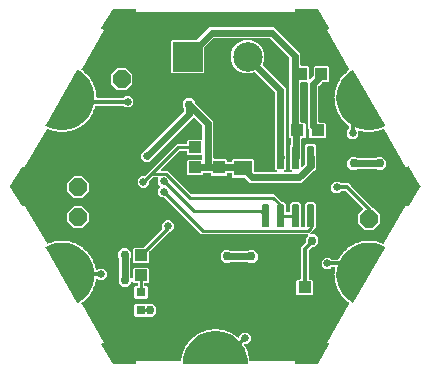
<source format=gbr>
G04 EAGLE Gerber RS-274X export*
G75*
%MOMM*%
%FSLAX34Y34*%
%LPD*%
%INTop Copper*%
%IPPOS*%
%AMOC8*
5,1,8,0,0,1.08239X$1,22.5*%
G01*
%ADD10R,1.100000X1.000000*%
%ADD11C,1.000000*%
%ADD12R,1.500000X1.300000*%
%ADD13R,1.000000X1.100000*%
%ADD14R,2.500000X2.500000*%
%ADD15C,2.500000*%
%ADD16C,0.147500*%
%ADD17P,1.649562X8X22.500000*%
%ADD18R,0.800000X0.800000*%
%ADD19C,0.756400*%
%ADD20C,0.609600*%
%ADD21C,0.355600*%
%ADD22C,0.254000*%
%ADD23C,0.660400*%
%ADD24C,0.656400*%
%ADD25C,0.304800*%

G36*
X-66810Y128D02*
X-66810Y128D01*
X-66782Y126D01*
X-66714Y148D01*
X-66643Y162D01*
X-66620Y178D01*
X-66593Y187D01*
X-66538Y234D01*
X-66479Y275D01*
X-66464Y299D01*
X-66443Y317D01*
X-66411Y382D01*
X-66372Y442D01*
X-66367Y470D01*
X-66355Y496D01*
X-66346Y597D01*
X-66339Y639D01*
X-66341Y649D01*
X-66340Y662D01*
X-66496Y2623D01*
X-28825Y2623D01*
X-28713Y2641D01*
X-28599Y2657D01*
X-28591Y2661D01*
X-28582Y2662D01*
X-28482Y2716D01*
X-28379Y2767D01*
X-28372Y2773D01*
X-28365Y2778D01*
X-28286Y2860D01*
X-28205Y2942D01*
X-28201Y2950D01*
X-28195Y2956D01*
X-28147Y3060D01*
X-28097Y3162D01*
X-28095Y3173D01*
X-28092Y3179D01*
X-28089Y3202D01*
X-28066Y3327D01*
X-28024Y3883D01*
X-28027Y3918D01*
X-28022Y3952D01*
X-28038Y4040D01*
X-28045Y4128D01*
X-28059Y4160D01*
X-28065Y4194D01*
X-28100Y4266D01*
X-27957Y4893D01*
X-27955Y4926D01*
X-27940Y5006D01*
X-27892Y5644D01*
X-27851Y5703D01*
X-27794Y5771D01*
X-27781Y5804D01*
X-27762Y5832D01*
X-27706Y5990D01*
X-27216Y8137D01*
X-27214Y8172D01*
X-27204Y8205D01*
X-27207Y8294D01*
X-27201Y8383D01*
X-27210Y8416D01*
X-27211Y8451D01*
X-27235Y8527D01*
X-27000Y9126D01*
X-26993Y9158D01*
X-26966Y9234D01*
X-26824Y9859D01*
X-26774Y9911D01*
X-26708Y9970D01*
X-26690Y10000D01*
X-26666Y10025D01*
X-26588Y10173D01*
X-25784Y12223D01*
X-25777Y12257D01*
X-25762Y12288D01*
X-25751Y12377D01*
X-25732Y12464D01*
X-25736Y12498D01*
X-25732Y12532D01*
X-25744Y12611D01*
X-25422Y13168D01*
X-25410Y13199D01*
X-25373Y13271D01*
X-25139Y13867D01*
X-25082Y13911D01*
X-25008Y13959D01*
X-24986Y13987D01*
X-24959Y14008D01*
X-24859Y14143D01*
X-23758Y16050D01*
X-23746Y16082D01*
X-23727Y16111D01*
X-23703Y16197D01*
X-23671Y16280D01*
X-23670Y16315D01*
X-23661Y16348D01*
X-23661Y16428D01*
X-23260Y16931D01*
X-23244Y16960D01*
X-23196Y17025D01*
X-22875Y17579D01*
X-22813Y17615D01*
X-22732Y17651D01*
X-22706Y17675D01*
X-22676Y17692D01*
X-22558Y17811D01*
X-21185Y19532D01*
X-21168Y19563D01*
X-21145Y19588D01*
X-21108Y19669D01*
X-21065Y19747D01*
X-21058Y19781D01*
X-21044Y19813D01*
X-21032Y19891D01*
X-20561Y20329D01*
X-20540Y20355D01*
X-20483Y20412D01*
X-20084Y20913D01*
X-20051Y20926D01*
X-20009Y20932D01*
X-19975Y20950D01*
X-19931Y20963D01*
X-19903Y20982D01*
X-19870Y20995D01*
X-19817Y21034D01*
X-19792Y21048D01*
X-19774Y21066D01*
X-19736Y21094D01*
X-18121Y22592D01*
X-18100Y22619D01*
X-18073Y22641D01*
X-18025Y22716D01*
X-17971Y22786D01*
X-17959Y22819D01*
X-17940Y22848D01*
X-17917Y22924D01*
X-17385Y23287D01*
X-17361Y23309D01*
X-17336Y23328D01*
X-17330Y23331D01*
X-17326Y23336D01*
X-17296Y23358D01*
X-16827Y23793D01*
X-16757Y23809D01*
X-16669Y23820D01*
X-16637Y23835D01*
X-16604Y23842D01*
X-16455Y23921D01*
X-14636Y25161D01*
X-14611Y25185D01*
X-14581Y25203D01*
X-14522Y25269D01*
X-14458Y25331D01*
X-14442Y25361D01*
X-14419Y25387D01*
X-14385Y25459D01*
X-13805Y25738D01*
X-13778Y25757D01*
X-13706Y25795D01*
X-13177Y26156D01*
X-13105Y26161D01*
X-13016Y26158D01*
X-12983Y26169D01*
X-12949Y26171D01*
X-12791Y26227D01*
X-10807Y27182D01*
X-10778Y27202D01*
X-10746Y27215D01*
X-10678Y27272D01*
X-10605Y27323D01*
X-10585Y27351D01*
X-10558Y27373D01*
X-10514Y27439D01*
X-9899Y27629D01*
X-9869Y27644D01*
X-9793Y27670D01*
X-9216Y27948D01*
X-9144Y27942D01*
X-9057Y27927D01*
X-9022Y27932D01*
X-8988Y27929D01*
X-8823Y27961D01*
X-6719Y28610D01*
X-6688Y28625D01*
X-6654Y28633D01*
X-6578Y28679D01*
X-6499Y28719D01*
X-6474Y28744D01*
X-6445Y28762D01*
X-6391Y28820D01*
X-5754Y28916D01*
X-5723Y28926D01*
X-5643Y28941D01*
X-5031Y29130D01*
X-4962Y29114D01*
X-4877Y29085D01*
X-4843Y29085D01*
X-4809Y29077D01*
X-4641Y29084D01*
X-2464Y29412D01*
X-2431Y29423D01*
X-2396Y29425D01*
X-2315Y29460D01*
X-2230Y29487D01*
X-2202Y29508D01*
X-2170Y29522D01*
X-2108Y29571D01*
X-1465Y29571D01*
X-1432Y29577D01*
X-1351Y29580D01*
X-718Y29675D01*
X-651Y29648D01*
X-572Y29608D01*
X-538Y29603D01*
X-506Y29590D01*
X-339Y29571D01*
X1863Y29571D01*
X1897Y29577D01*
X1932Y29574D01*
X2018Y29597D01*
X2106Y29611D01*
X2136Y29627D01*
X2170Y29636D01*
X2239Y29676D01*
X2875Y29580D01*
X2908Y29580D01*
X2989Y29571D01*
X3629Y29571D01*
X3691Y29535D01*
X3763Y29483D01*
X3796Y29473D01*
X3826Y29455D01*
X3988Y29412D01*
X6165Y29084D01*
X6200Y29084D01*
X6234Y29077D01*
X6322Y29086D01*
X6411Y29087D01*
X6444Y29098D01*
X6479Y29102D01*
X6552Y29131D01*
X7167Y28941D01*
X7200Y28937D01*
X7278Y28916D01*
X7912Y28821D01*
X7967Y28775D01*
X8031Y28713D01*
X8062Y28698D01*
X8089Y28676D01*
X8243Y28610D01*
X10347Y27961D01*
X10381Y27956D01*
X10414Y27943D01*
X10503Y27939D01*
X10591Y27927D01*
X10625Y27933D01*
X10659Y27932D01*
X10737Y27950D01*
X11317Y27670D01*
X11348Y27661D01*
X11423Y27629D01*
X12034Y27440D01*
X12083Y27387D01*
X12136Y27316D01*
X12165Y27297D01*
X12188Y27271D01*
X12331Y27182D01*
X14315Y26227D01*
X14348Y26217D01*
X14378Y26200D01*
X14465Y26182D01*
X14550Y26157D01*
X14585Y26158D01*
X14619Y26152D01*
X14698Y26158D01*
X15230Y25795D01*
X15260Y25781D01*
X15329Y25738D01*
X15906Y25460D01*
X15945Y25401D01*
X15988Y25323D01*
X16013Y25299D01*
X16033Y25270D01*
X16160Y25161D01*
X17979Y23921D01*
X18011Y23906D01*
X18038Y23885D01*
X18122Y23854D01*
X18202Y23817D01*
X18237Y23813D01*
X18269Y23801D01*
X18349Y23795D01*
X18820Y23358D01*
X18848Y23339D01*
X18909Y23287D01*
X19438Y22926D01*
X19449Y22904D01*
X19450Y22897D01*
X19459Y22881D01*
X19469Y22861D01*
X19499Y22778D01*
X19521Y22750D01*
X19536Y22719D01*
X19645Y22592D01*
X19724Y22520D01*
X19772Y22488D01*
X19813Y22448D01*
X19873Y22420D01*
X19928Y22384D01*
X19984Y22369D01*
X20036Y22345D01*
X20102Y22337D01*
X20166Y22320D01*
X20224Y22324D01*
X20281Y22317D01*
X20345Y22331D01*
X20412Y22336D01*
X20465Y22357D01*
X20521Y22370D01*
X20578Y22404D01*
X20639Y22429D01*
X20683Y22466D01*
X20732Y22496D01*
X20775Y22546D01*
X20825Y22589D01*
X20855Y22639D01*
X20892Y22683D01*
X20917Y22744D01*
X20951Y22801D01*
X20963Y22857D01*
X20984Y22911D01*
X20995Y23011D01*
X21002Y23042D01*
X21000Y23056D01*
X21003Y23078D01*
X21003Y24022D01*
X23818Y26838D01*
X27800Y26838D01*
X30616Y24022D01*
X30616Y20040D01*
X27800Y17224D01*
X25989Y17224D01*
X25899Y17210D01*
X25808Y17203D01*
X25778Y17190D01*
X25746Y17185D01*
X25665Y17142D01*
X25581Y17106D01*
X25549Y17081D01*
X25529Y17070D01*
X25506Y17046D01*
X25450Y17001D01*
X25409Y16960D01*
X25383Y16924D01*
X25351Y16895D01*
X25312Y16825D01*
X25265Y16760D01*
X25252Y16718D01*
X25231Y16680D01*
X25216Y16601D01*
X25193Y16525D01*
X25194Y16481D01*
X25186Y16438D01*
X25197Y16359D01*
X25199Y16279D01*
X25214Y16238D01*
X25220Y16194D01*
X25279Y16061D01*
X25284Y16048D01*
X25286Y16045D01*
X25288Y16041D01*
X26383Y14143D01*
X26405Y14116D01*
X26420Y14085D01*
X26483Y14021D01*
X26539Y13953D01*
X26568Y13934D01*
X26593Y13910D01*
X26662Y13870D01*
X26897Y13271D01*
X26913Y13243D01*
X26946Y13168D01*
X27266Y12614D01*
X27266Y12542D01*
X27257Y12454D01*
X27264Y12420D01*
X27264Y12385D01*
X27308Y12223D01*
X28112Y10173D01*
X28130Y10144D01*
X28140Y10111D01*
X28192Y10039D01*
X28238Y9962D01*
X28264Y9939D01*
X28285Y9911D01*
X28347Y9862D01*
X28490Y9234D01*
X28502Y9204D01*
X28524Y9126D01*
X28757Y8530D01*
X28746Y8459D01*
X28724Y8373D01*
X28727Y8338D01*
X28721Y8304D01*
X28740Y8137D01*
X29230Y5990D01*
X29243Y5958D01*
X29249Y5924D01*
X29290Y5845D01*
X29323Y5763D01*
X29346Y5736D01*
X29362Y5706D01*
X29416Y5648D01*
X29464Y5006D01*
X29472Y4974D01*
X29481Y4893D01*
X29623Y4269D01*
X29602Y4200D01*
X29567Y4119D01*
X29565Y4084D01*
X29554Y4051D01*
X29548Y3883D01*
X29590Y3327D01*
X29617Y3216D01*
X29641Y3104D01*
X29645Y3097D01*
X29647Y3088D01*
X29709Y2991D01*
X29767Y2893D01*
X29774Y2887D01*
X29778Y2880D01*
X29867Y2807D01*
X29954Y2733D01*
X29962Y2730D01*
X29969Y2724D01*
X30075Y2684D01*
X30182Y2641D01*
X30193Y2640D01*
X30199Y2638D01*
X30222Y2637D01*
X30349Y2623D01*
X68020Y2623D01*
X67864Y662D01*
X67868Y633D01*
X67863Y605D01*
X67880Y536D01*
X67888Y464D01*
X67903Y440D01*
X67909Y412D01*
X67952Y354D01*
X67988Y292D01*
X68010Y275D01*
X68027Y252D01*
X68089Y215D01*
X68146Y172D01*
X68174Y165D01*
X68198Y150D01*
X68298Y134D01*
X68339Y123D01*
X68349Y125D01*
X68362Y123D01*
X87362Y123D01*
X87438Y138D01*
X87516Y147D01*
X87535Y158D01*
X87557Y162D01*
X87621Y206D01*
X87689Y245D01*
X87705Y264D01*
X87721Y275D01*
X87745Y313D01*
X87795Y373D01*
X97295Y16873D01*
X97304Y16900D01*
X97320Y16924D01*
X97335Y16994D01*
X97358Y17062D01*
X97355Y17090D01*
X97361Y17118D01*
X97348Y17189D01*
X97342Y17260D01*
X97329Y17285D01*
X97323Y17313D01*
X97283Y17373D01*
X97250Y17436D01*
X97228Y17454D01*
X97212Y17478D01*
X97129Y17536D01*
X97097Y17563D01*
X97086Y17566D01*
X97076Y17573D01*
X95318Y18405D01*
X114129Y50986D01*
X114169Y51094D01*
X114177Y51112D01*
X114189Y51138D01*
X114189Y51143D01*
X114212Y51199D01*
X114213Y51208D01*
X114216Y51216D01*
X114220Y51330D01*
X114227Y51445D01*
X114224Y51453D01*
X114225Y51462D01*
X114192Y51572D01*
X114162Y51682D01*
X114157Y51689D01*
X114155Y51698D01*
X114089Y51792D01*
X114025Y51887D01*
X114017Y51893D01*
X114013Y51899D01*
X113995Y51913D01*
X113898Y51996D01*
X113443Y52306D01*
X113411Y52321D01*
X113384Y52342D01*
X113301Y52372D01*
X113220Y52410D01*
X113185Y52414D01*
X113153Y52425D01*
X113074Y52431D01*
X112602Y52869D01*
X112574Y52887D01*
X112513Y52940D01*
X111983Y53300D01*
X111953Y53365D01*
X111922Y53449D01*
X111901Y53476D01*
X111886Y53507D01*
X111776Y53634D01*
X110160Y55133D01*
X110131Y55152D01*
X110107Y55177D01*
X110029Y55219D01*
X109955Y55269D01*
X109921Y55278D01*
X109891Y55294D01*
X109814Y55312D01*
X109412Y55815D01*
X109388Y55837D01*
X109335Y55898D01*
X108865Y56334D01*
X108845Y56402D01*
X108827Y56489D01*
X108810Y56519D01*
X108800Y56553D01*
X108710Y56694D01*
X107335Y58417D01*
X107310Y58441D01*
X107290Y58469D01*
X107219Y58523D01*
X107153Y58582D01*
X107121Y58596D01*
X107093Y58617D01*
X107019Y58646D01*
X106697Y59203D01*
X106676Y59229D01*
X106633Y59297D01*
X106234Y59798D01*
X106224Y59868D01*
X106219Y59957D01*
X106207Y59990D01*
X106202Y60024D01*
X106134Y60178D01*
X105032Y62086D01*
X105010Y62113D01*
X104994Y62144D01*
X104932Y62207D01*
X104876Y62276D01*
X104846Y62295D01*
X104822Y62320D01*
X104753Y62359D01*
X104518Y62958D01*
X104501Y62987D01*
X104469Y63061D01*
X104148Y63615D01*
X104149Y63687D01*
X104158Y63775D01*
X104150Y63809D01*
X104150Y63844D01*
X104106Y64006D01*
X103300Y66057D01*
X103283Y66087D01*
X103272Y66120D01*
X103220Y66192D01*
X103175Y66269D01*
X103148Y66291D01*
X103128Y66319D01*
X103066Y66369D01*
X102922Y66996D01*
X102910Y67027D01*
X102889Y67105D01*
X102655Y67701D01*
X102666Y67772D01*
X102688Y67858D01*
X102685Y67893D01*
X102691Y67927D01*
X102672Y68093D01*
X102181Y70242D01*
X102167Y70274D01*
X102162Y70309D01*
X102121Y70388D01*
X102088Y70470D01*
X102065Y70496D01*
X102049Y70527D01*
X101995Y70585D01*
X101947Y71227D01*
X101939Y71259D01*
X101930Y71339D01*
X101787Y71964D01*
X101809Y72032D01*
X101843Y72114D01*
X101846Y72149D01*
X101856Y72182D01*
X101862Y72349D01*
X101697Y74547D01*
X101689Y74581D01*
X101689Y74616D01*
X101660Y74700D01*
X101639Y74786D01*
X101620Y74816D01*
X101609Y74848D01*
X101564Y74914D01*
X101612Y75556D01*
X101609Y75589D01*
X101612Y75670D01*
X101564Y76308D01*
X101596Y76373D01*
X101642Y76448D01*
X101650Y76482D01*
X101665Y76513D01*
X101696Y76678D01*
X101860Y78876D01*
X101857Y78911D01*
X101862Y78945D01*
X101846Y79033D01*
X101839Y79121D01*
X101825Y79153D01*
X101819Y79187D01*
X101784Y79259D01*
X101927Y79886D01*
X101929Y79919D01*
X101944Y79999D01*
X101992Y80637D01*
X102032Y80696D01*
X102090Y80764D01*
X102102Y80797D01*
X102122Y80825D01*
X102177Y80984D01*
X102202Y81094D01*
X102209Y81199D01*
X102220Y81303D01*
X102216Y81321D01*
X102217Y81340D01*
X102190Y81441D01*
X102168Y81543D01*
X102158Y81559D01*
X102154Y81577D01*
X102095Y81665D01*
X102042Y81754D01*
X102028Y81766D01*
X102017Y81782D01*
X101935Y81846D01*
X101855Y81914D01*
X101838Y81921D01*
X101823Y81933D01*
X101724Y81967D01*
X101627Y82006D01*
X101604Y82009D01*
X101591Y82013D01*
X101559Y82014D01*
X101460Y82025D01*
X99289Y82025D01*
X99199Y82010D01*
X99108Y82003D01*
X99078Y81990D01*
X99046Y81985D01*
X98966Y81942D01*
X98882Y81906D01*
X98850Y81881D01*
X98829Y81870D01*
X98807Y81846D01*
X98751Y81802D01*
X97470Y80521D01*
X93488Y80521D01*
X90672Y83336D01*
X90672Y87318D01*
X93488Y90134D01*
X97470Y90134D01*
X98751Y88853D01*
X98825Y88800D01*
X98894Y88740D01*
X98924Y88728D01*
X98951Y88709D01*
X99038Y88683D01*
X99122Y88649D01*
X99163Y88644D01*
X99186Y88637D01*
X99218Y88638D01*
X99289Y88630D01*
X104132Y88630D01*
X104133Y88630D01*
X104135Y88630D01*
X104256Y88650D01*
X104375Y88670D01*
X104376Y88670D01*
X104377Y88671D01*
X104487Y88729D01*
X104592Y88785D01*
X104593Y88786D01*
X104594Y88786D01*
X104603Y88796D01*
X104668Y88824D01*
X104697Y88843D01*
X104730Y88855D01*
X104800Y88909D01*
X104875Y88958D01*
X104896Y88985D01*
X104924Y89006D01*
X105023Y89141D01*
X106124Y91051D01*
X106137Y91083D01*
X106156Y91112D01*
X106180Y91198D01*
X106211Y91281D01*
X106213Y91315D01*
X106222Y91349D01*
X106222Y91428D01*
X106623Y91932D01*
X106639Y91960D01*
X106687Y92026D01*
X107007Y92580D01*
X107069Y92616D01*
X107150Y92652D01*
X107176Y92676D01*
X107206Y92693D01*
X107324Y92812D01*
X108698Y94535D01*
X108715Y94566D01*
X108738Y94591D01*
X108775Y94673D01*
X108818Y94750D01*
X108825Y94784D01*
X108839Y94816D01*
X108850Y94894D01*
X109322Y95332D01*
X109342Y95358D01*
X109399Y95416D01*
X109799Y95917D01*
X109866Y95942D01*
X109951Y95966D01*
X109980Y95986D01*
X110012Y95998D01*
X110147Y96098D01*
X111762Y97598D01*
X111784Y97625D01*
X111811Y97647D01*
X111858Y97722D01*
X111913Y97792D01*
X111925Y97825D01*
X111943Y97854D01*
X111966Y97930D01*
X112498Y98293D01*
X112522Y98315D01*
X112587Y98364D01*
X113056Y98799D01*
X113126Y98815D01*
X113215Y98826D01*
X113246Y98841D01*
X113280Y98848D01*
X113428Y98927D01*
X115249Y100169D01*
X115274Y100193D01*
X115304Y100211D01*
X115362Y100277D01*
X115427Y100339D01*
X115443Y100370D01*
X115466Y100396D01*
X115500Y100467D01*
X116080Y100747D01*
X116107Y100766D01*
X116178Y100804D01*
X116707Y101164D01*
X116779Y101169D01*
X116868Y101167D01*
X116901Y101177D01*
X116936Y101180D01*
X117094Y101235D01*
X119079Y102192D01*
X119108Y102212D01*
X119140Y102225D01*
X119208Y102282D01*
X119281Y102333D01*
X119301Y102361D01*
X119328Y102384D01*
X119372Y102449D01*
X119987Y102639D01*
X120017Y102654D01*
X120093Y102681D01*
X120670Y102959D01*
X120742Y102953D01*
X120829Y102938D01*
X120863Y102943D01*
X120898Y102940D01*
X121063Y102971D01*
X123169Y103622D01*
X123200Y103637D01*
X123234Y103645D01*
X123310Y103692D01*
X123389Y103731D01*
X123413Y103756D01*
X123443Y103774D01*
X123497Y103832D01*
X124133Y103929D01*
X124165Y103939D01*
X124244Y103954D01*
X124856Y104143D01*
X124926Y104126D01*
X125010Y104098D01*
X125045Y104098D01*
X125079Y104090D01*
X125246Y104097D01*
X127426Y104426D01*
X127459Y104437D01*
X127493Y104439D01*
X127575Y104474D01*
X127660Y104501D01*
X127688Y104522D01*
X127720Y104536D01*
X127781Y104585D01*
X128425Y104585D01*
X128458Y104591D01*
X128539Y104594D01*
X129172Y104690D01*
X129238Y104663D01*
X129317Y104622D01*
X129352Y104617D01*
X129384Y104604D01*
X129551Y104586D01*
X131755Y104587D01*
X131789Y104592D01*
X131824Y104590D01*
X131910Y104612D01*
X131997Y104626D01*
X132028Y104643D01*
X132062Y104651D01*
X132130Y104691D01*
X132767Y104595D01*
X132800Y104596D01*
X132880Y104587D01*
X133521Y104587D01*
X133583Y104551D01*
X133655Y104499D01*
X133688Y104489D01*
X133718Y104471D01*
X133880Y104428D01*
X136060Y104100D01*
X136094Y104101D01*
X136128Y104093D01*
X136217Y104102D01*
X136305Y104103D01*
X136338Y104115D01*
X136373Y104118D01*
X136447Y104148D01*
X137062Y103958D01*
X137094Y103954D01*
X137172Y103933D01*
X137806Y103838D01*
X137862Y103792D01*
X137925Y103730D01*
X137956Y103715D01*
X137983Y103693D01*
X138137Y103627D01*
X140244Y102978D01*
X140278Y102973D01*
X140310Y102960D01*
X140399Y102956D01*
X140487Y102944D01*
X140521Y102951D01*
X140556Y102949D01*
X140633Y102967D01*
X141213Y102688D01*
X141245Y102678D01*
X141319Y102646D01*
X141931Y102458D01*
X141980Y102405D01*
X142033Y102334D01*
X142062Y102314D01*
X142085Y102289D01*
X142228Y102200D01*
X142740Y101953D01*
X142849Y101921D01*
X142959Y101886D01*
X142968Y101886D01*
X142976Y101884D01*
X143091Y101888D01*
X143205Y101890D01*
X143213Y101893D01*
X143222Y101893D01*
X143329Y101934D01*
X143437Y101972D01*
X143444Y101977D01*
X143452Y101980D01*
X143541Y102053D01*
X143630Y102123D01*
X143637Y102132D01*
X143642Y102136D01*
X143655Y102156D01*
X143730Y102258D01*
X162541Y134841D01*
X164178Y133711D01*
X164205Y133700D01*
X164227Y133681D01*
X164296Y133661D01*
X164361Y133633D01*
X164390Y133633D01*
X164418Y133625D01*
X164489Y133633D01*
X164560Y133633D01*
X164587Y133644D01*
X164616Y133647D01*
X164678Y133682D01*
X164743Y133710D01*
X164764Y133730D01*
X164789Y133745D01*
X164852Y133822D01*
X164882Y133852D01*
X164886Y133862D01*
X164895Y133873D01*
X174395Y150373D01*
X174405Y150405D01*
X174414Y150418D01*
X174418Y150442D01*
X174419Y150446D01*
X174450Y150516D01*
X174450Y150540D01*
X174458Y150562D01*
X174452Y150638D01*
X174453Y150715D01*
X174443Y150739D01*
X174442Y150760D01*
X174421Y150799D01*
X174395Y150871D01*
X164895Y167371D01*
X164876Y167393D01*
X164863Y167419D01*
X164810Y167467D01*
X164763Y167520D01*
X164737Y167533D01*
X164716Y167552D01*
X164648Y167575D01*
X164584Y167606D01*
X164555Y167608D01*
X164528Y167617D01*
X164456Y167612D01*
X164385Y167615D01*
X164358Y167605D01*
X164329Y167603D01*
X164239Y167561D01*
X164199Y167546D01*
X164191Y167539D01*
X164178Y167533D01*
X162541Y166403D01*
X143730Y198986D01*
X143657Y199075D01*
X143587Y199164D01*
X143580Y199169D01*
X143574Y199176D01*
X143476Y199237D01*
X143382Y199300D01*
X143373Y199302D01*
X143366Y199307D01*
X143254Y199334D01*
X143144Y199363D01*
X143135Y199362D01*
X143127Y199364D01*
X143013Y199354D01*
X142899Y199347D01*
X142889Y199343D01*
X142882Y199343D01*
X142860Y199333D01*
X142740Y199291D01*
X142228Y199044D01*
X142199Y199024D01*
X142167Y199012D01*
X142099Y198954D01*
X142026Y198903D01*
X142006Y198875D01*
X141979Y198853D01*
X141934Y198787D01*
X141319Y198598D01*
X141290Y198583D01*
X141213Y198556D01*
X140636Y198279D01*
X140565Y198285D01*
X140477Y198300D01*
X140443Y198295D01*
X140409Y198298D01*
X140244Y198266D01*
X138137Y197617D01*
X138106Y197602D01*
X138072Y197594D01*
X137997Y197548D01*
X137917Y197508D01*
X137892Y197483D01*
X137863Y197465D01*
X137809Y197407D01*
X137173Y197311D01*
X137141Y197301D01*
X137062Y197286D01*
X136450Y197097D01*
X136380Y197114D01*
X136296Y197142D01*
X136261Y197142D01*
X136227Y197150D01*
X136060Y197144D01*
X133880Y196816D01*
X133847Y196805D01*
X133812Y196803D01*
X133730Y196768D01*
X133646Y196741D01*
X133618Y196720D01*
X133586Y196706D01*
X133524Y196657D01*
X132880Y196657D01*
X132848Y196652D01*
X132767Y196649D01*
X132134Y196553D01*
X132067Y196580D01*
X131988Y196621D01*
X131954Y196626D01*
X131921Y196639D01*
X131755Y196657D01*
X129551Y196658D01*
X129516Y196653D01*
X129482Y196655D01*
X129396Y196633D01*
X129308Y196619D01*
X129277Y196602D01*
X129244Y196594D01*
X129175Y196554D01*
X128539Y196650D01*
X128506Y196650D01*
X128425Y196659D01*
X127785Y196659D01*
X127723Y196695D01*
X127651Y196747D01*
X127618Y196757D01*
X127588Y196775D01*
X127426Y196818D01*
X125246Y197147D01*
X125211Y197147D01*
X125178Y197155D01*
X125089Y197145D01*
X125000Y197144D01*
X124968Y197133D01*
X124933Y197129D01*
X124859Y197100D01*
X124244Y197290D01*
X124212Y197295D01*
X124133Y197315D01*
X123500Y197411D01*
X123444Y197456D01*
X123381Y197518D01*
X123350Y197533D01*
X123323Y197555D01*
X123169Y197622D01*
X122633Y197788D01*
X122622Y197789D01*
X122613Y197794D01*
X122501Y197806D01*
X122389Y197821D01*
X122379Y197819D01*
X122369Y197821D01*
X122258Y197797D01*
X122147Y197776D01*
X122138Y197771D01*
X122128Y197768D01*
X122031Y197710D01*
X121933Y197655D01*
X121926Y197647D01*
X121917Y197642D01*
X121844Y197556D01*
X121768Y197473D01*
X121764Y197463D01*
X121757Y197455D01*
X121715Y197351D01*
X121670Y197247D01*
X121669Y197237D01*
X121665Y197227D01*
X121647Y197060D01*
X121647Y193589D01*
X118831Y190773D01*
X114849Y190773D01*
X112033Y193589D01*
X112033Y197571D01*
X113314Y198852D01*
X113367Y198926D01*
X113427Y198995D01*
X113439Y199026D01*
X113458Y199052D01*
X113485Y199139D01*
X113519Y199224D01*
X113523Y199265D01*
X113530Y199287D01*
X113529Y199319D01*
X113537Y199390D01*
X113537Y201680D01*
X113532Y201714D01*
X113534Y201748D01*
X113512Y201834D01*
X113498Y201923D01*
X113482Y201953D01*
X113473Y201986D01*
X113424Y202061D01*
X113382Y202140D01*
X113358Y202163D01*
X113339Y202192D01*
X113269Y202248D01*
X113204Y202309D01*
X113200Y202311D01*
X112587Y202880D01*
X112560Y202899D01*
X112498Y202951D01*
X111969Y203312D01*
X111939Y203377D01*
X111908Y203461D01*
X111887Y203488D01*
X111872Y203519D01*
X111762Y203646D01*
X110147Y205146D01*
X110118Y205165D01*
X110094Y205190D01*
X110016Y205233D01*
X109942Y205282D01*
X109909Y205291D01*
X109878Y205307D01*
X109801Y205325D01*
X109399Y205828D01*
X109375Y205851D01*
X109322Y205912D01*
X108853Y206347D01*
X108832Y206416D01*
X108815Y206503D01*
X108797Y206533D01*
X108787Y206567D01*
X108698Y206709D01*
X107324Y208432D01*
X107299Y208455D01*
X107279Y208484D01*
X107208Y208538D01*
X107142Y208597D01*
X107110Y208611D01*
X107082Y208632D01*
X107008Y208661D01*
X106687Y209218D01*
X106666Y209244D01*
X106623Y209312D01*
X106224Y209813D01*
X106214Y209884D01*
X106209Y209973D01*
X106197Y210005D01*
X106192Y210040D01*
X106124Y210193D01*
X105023Y212103D01*
X105001Y212129D01*
X104986Y212161D01*
X104923Y212224D01*
X104867Y212293D01*
X104838Y212311D01*
X104814Y212336D01*
X104745Y212376D01*
X104510Y212975D01*
X104493Y213003D01*
X104492Y213006D01*
X104491Y213008D01*
X104490Y213009D01*
X104460Y213077D01*
X104140Y213632D01*
X104141Y213704D01*
X104150Y213792D01*
X104142Y213826D01*
X104143Y213861D01*
X104099Y214023D01*
X103294Y216075D01*
X103277Y216105D01*
X103266Y216138D01*
X103214Y216210D01*
X103169Y216286D01*
X103142Y216309D01*
X103122Y216337D01*
X103060Y216386D01*
X102917Y217014D01*
X102905Y217045D01*
X102883Y217123D01*
X102650Y217719D01*
X102661Y217790D01*
X102683Y217876D01*
X102680Y217910D01*
X102686Y217945D01*
X102667Y218111D01*
X102177Y220260D01*
X102164Y220292D01*
X102159Y220327D01*
X102118Y220406D01*
X102084Y220488D01*
X102062Y220515D01*
X102046Y220545D01*
X101992Y220603D01*
X101944Y221245D01*
X101936Y221277D01*
X101927Y221358D01*
X101785Y221982D01*
X101806Y222050D01*
X101841Y222132D01*
X101844Y222167D01*
X101854Y222200D01*
X101860Y222368D01*
X101696Y224566D01*
X101688Y224599D01*
X101688Y224634D01*
X101659Y224719D01*
X101638Y224805D01*
X101620Y224834D01*
X101609Y224867D01*
X101564Y224933D01*
X101612Y225574D01*
X101609Y225607D01*
X101612Y225688D01*
X101565Y226327D01*
X101596Y226391D01*
X101643Y226467D01*
X101651Y226501D01*
X101666Y226532D01*
X101697Y226697D01*
X101862Y228895D01*
X101859Y228929D01*
X101864Y228964D01*
X101849Y229051D01*
X101841Y229140D01*
X101827Y229172D01*
X101821Y229206D01*
X101786Y229277D01*
X101930Y229905D01*
X101932Y229938D01*
X101947Y230017D01*
X101995Y230656D01*
X102036Y230714D01*
X102093Y230783D01*
X102106Y230815D01*
X102125Y230843D01*
X102181Y231002D01*
X102672Y233151D01*
X102674Y233185D01*
X102684Y233218D01*
X102681Y233307D01*
X102687Y233396D01*
X102678Y233430D01*
X102677Y233464D01*
X102654Y233540D01*
X102889Y234139D01*
X102896Y234171D01*
X102922Y234248D01*
X103065Y234872D01*
X103114Y234924D01*
X103181Y234983D01*
X103198Y235013D01*
X103222Y235038D01*
X103300Y235187D01*
X104106Y237238D01*
X104114Y237272D01*
X104129Y237303D01*
X104139Y237392D01*
X104158Y237479D01*
X104154Y237513D01*
X104158Y237548D01*
X104147Y237626D01*
X104469Y238183D01*
X104480Y238214D01*
X104518Y238286D01*
X104752Y238882D01*
X104809Y238926D01*
X104883Y238974D01*
X104905Y239001D01*
X104932Y239023D01*
X105032Y239158D01*
X106134Y241066D01*
X106147Y241099D01*
X106166Y241128D01*
X106190Y241213D01*
X106221Y241296D01*
X106223Y241331D01*
X106232Y241365D01*
X106232Y241444D01*
X106633Y241947D01*
X106646Y241970D01*
X106663Y241988D01*
X106672Y242006D01*
X106697Y242041D01*
X107018Y242595D01*
X107080Y242631D01*
X107161Y242667D01*
X107187Y242691D01*
X107217Y242708D01*
X107335Y242827D01*
X108710Y244550D01*
X108727Y244580D01*
X108751Y244605D01*
X108787Y244686D01*
X108830Y244764D01*
X108837Y244798D01*
X108851Y244830D01*
X108863Y244908D01*
X109335Y245346D01*
X109355Y245372D01*
X109412Y245429D01*
X109812Y245930D01*
X109878Y245955D01*
X109964Y245979D01*
X109993Y245999D01*
X110025Y246011D01*
X110160Y246111D01*
X111776Y247610D01*
X111797Y247637D01*
X111825Y247659D01*
X111873Y247734D01*
X111927Y247804D01*
X111939Y247837D01*
X111957Y247866D01*
X111981Y247942D01*
X112513Y248304D01*
X112537Y248327D01*
X112602Y248375D01*
X113071Y248811D01*
X113141Y248826D01*
X113230Y248837D01*
X113261Y248852D01*
X113295Y248859D01*
X113443Y248938D01*
X113898Y249248D01*
X113981Y249327D01*
X114066Y249404D01*
X114070Y249412D01*
X114076Y249418D01*
X114130Y249519D01*
X114185Y249619D01*
X114187Y249627D01*
X114191Y249635D01*
X114210Y249748D01*
X114230Y249861D01*
X114229Y249869D01*
X114231Y249878D01*
X114212Y249991D01*
X114196Y250104D01*
X114192Y250114D01*
X114191Y250121D01*
X114180Y250141D01*
X114129Y250258D01*
X95318Y282839D01*
X97076Y283671D01*
X97098Y283688D01*
X97125Y283698D01*
X97177Y283747D01*
X97235Y283790D01*
X97249Y283815D01*
X97270Y283834D01*
X97299Y283900D01*
X97335Y283962D01*
X97338Y283990D01*
X97350Y284016D01*
X97351Y284088D01*
X97360Y284159D01*
X97352Y284186D01*
X97353Y284215D01*
X97317Y284310D01*
X97306Y284350D01*
X97299Y284359D01*
X97295Y284371D01*
X87795Y300871D01*
X87743Y300930D01*
X87697Y300992D01*
X87678Y301003D01*
X87663Y301020D01*
X87593Y301054D01*
X87526Y301094D01*
X87502Y301098D01*
X87484Y301106D01*
X87439Y301108D01*
X87362Y301121D01*
X68362Y301121D01*
X68334Y301116D01*
X68306Y301118D01*
X68238Y301096D01*
X68167Y301082D01*
X68144Y301066D01*
X68117Y301057D01*
X68062Y301010D01*
X68003Y300969D01*
X67988Y300945D01*
X67967Y300927D01*
X67935Y300862D01*
X67896Y300802D01*
X67891Y300774D01*
X67879Y300748D01*
X67870Y300647D01*
X67863Y300605D01*
X67865Y300595D01*
X67864Y300582D01*
X68020Y298621D01*
X-66496Y298621D01*
X-66340Y300582D01*
X-66344Y300611D01*
X-66339Y300639D01*
X-66356Y300708D01*
X-66364Y300780D01*
X-66379Y300804D01*
X-66385Y300832D01*
X-66428Y300890D01*
X-66464Y300952D01*
X-66486Y300969D01*
X-66503Y300992D01*
X-66565Y301029D01*
X-66622Y301072D01*
X-66650Y301079D01*
X-66674Y301094D01*
X-66774Y301110D01*
X-66815Y301121D01*
X-66825Y301119D01*
X-66838Y301121D01*
X-85838Y301121D01*
X-85914Y301106D01*
X-85992Y301097D01*
X-86011Y301086D01*
X-86033Y301082D01*
X-86097Y301038D01*
X-86165Y300999D01*
X-86181Y300980D01*
X-86197Y300969D01*
X-86221Y300931D01*
X-86271Y300871D01*
X-95771Y284371D01*
X-95780Y284344D01*
X-95796Y284320D01*
X-95811Y284250D01*
X-95834Y284182D01*
X-95831Y284154D01*
X-95837Y284126D01*
X-95824Y284056D01*
X-95818Y283984D01*
X-95805Y283959D01*
X-95799Y283931D01*
X-95759Y283871D01*
X-95726Y283808D01*
X-95704Y283790D01*
X-95688Y283766D01*
X-95605Y283708D01*
X-95573Y283681D01*
X-95562Y283678D01*
X-95552Y283671D01*
X-93794Y282839D01*
X-112605Y250258D01*
X-112645Y250151D01*
X-112688Y250045D01*
X-112689Y250036D01*
X-112692Y250028D01*
X-112696Y249914D01*
X-112703Y249799D01*
X-112700Y249791D01*
X-112701Y249782D01*
X-112668Y249672D01*
X-112638Y249562D01*
X-112633Y249555D01*
X-112631Y249546D01*
X-112565Y249452D01*
X-112501Y249357D01*
X-112493Y249351D01*
X-112489Y249345D01*
X-112471Y249331D01*
X-112374Y249248D01*
X-111919Y248938D01*
X-111887Y248923D01*
X-111860Y248902D01*
X-111776Y248872D01*
X-111696Y248834D01*
X-111661Y248830D01*
X-111629Y248819D01*
X-111550Y248813D01*
X-111078Y248375D01*
X-111050Y248357D01*
X-110989Y248304D01*
X-110459Y247944D01*
X-110429Y247879D01*
X-110398Y247795D01*
X-110377Y247768D01*
X-110362Y247737D01*
X-110252Y247610D01*
X-108636Y246111D01*
X-108607Y246092D01*
X-108583Y246067D01*
X-108505Y246024D01*
X-108431Y245975D01*
X-108398Y245966D01*
X-108367Y245950D01*
X-108290Y245932D01*
X-107888Y245429D01*
X-107864Y245407D01*
X-107811Y245346D01*
X-107341Y244911D01*
X-107321Y244842D01*
X-107303Y244755D01*
X-107286Y244725D01*
X-107276Y244691D01*
X-107186Y244550D01*
X-105811Y242827D01*
X-105786Y242803D01*
X-105766Y242775D01*
X-105695Y242721D01*
X-105629Y242662D01*
X-105597Y242648D01*
X-105569Y242627D01*
X-105495Y242598D01*
X-105173Y242041D01*
X-105152Y242015D01*
X-105109Y241947D01*
X-104710Y241446D01*
X-104700Y241376D01*
X-104695Y241287D01*
X-104683Y241254D01*
X-104678Y241220D01*
X-104610Y241066D01*
X-103508Y239158D01*
X-103486Y239131D01*
X-103470Y239100D01*
X-103408Y239037D01*
X-103352Y238968D01*
X-103322Y238949D01*
X-103298Y238924D01*
X-103229Y238885D01*
X-102994Y238286D01*
X-102977Y238257D01*
X-102945Y238183D01*
X-102624Y237629D01*
X-102625Y237557D01*
X-102634Y237469D01*
X-102626Y237435D01*
X-102626Y237400D01*
X-102582Y237238D01*
X-101776Y235187D01*
X-101759Y235157D01*
X-101748Y235124D01*
X-101696Y235052D01*
X-101651Y234975D01*
X-101624Y234953D01*
X-101604Y234925D01*
X-101542Y234875D01*
X-101398Y234248D01*
X-101386Y234217D01*
X-101365Y234139D01*
X-101131Y233543D01*
X-101142Y233472D01*
X-101164Y233386D01*
X-101161Y233351D01*
X-101167Y233317D01*
X-101148Y233151D01*
X-100657Y231002D01*
X-100643Y230970D01*
X-100638Y230935D01*
X-100597Y230856D01*
X-100564Y230774D01*
X-100541Y230748D01*
X-100525Y230717D01*
X-100471Y230659D01*
X-100423Y230017D01*
X-100415Y229985D01*
X-100406Y229905D01*
X-100263Y229280D01*
X-100285Y229212D01*
X-100319Y229130D01*
X-100322Y229095D01*
X-100332Y229062D01*
X-100338Y228895D01*
X-100173Y226697D01*
X-100165Y226663D01*
X-100165Y226628D01*
X-100136Y226544D01*
X-100115Y226458D01*
X-100096Y226428D01*
X-100085Y226396D01*
X-100033Y226320D01*
X-100038Y226275D01*
X-100022Y226201D01*
X-100016Y226126D01*
X-99996Y226081D01*
X-99986Y226034D01*
X-99948Y225969D01*
X-99917Y225900D01*
X-99885Y225864D01*
X-99860Y225823D01*
X-99803Y225774D01*
X-99752Y225718D01*
X-99710Y225695D01*
X-99673Y225663D01*
X-99603Y225635D01*
X-99537Y225598D01*
X-99490Y225589D01*
X-99445Y225571D01*
X-99318Y225557D01*
X-99295Y225553D01*
X-99289Y225554D01*
X-99278Y225553D01*
X-77470Y225553D01*
X-77380Y225567D01*
X-77289Y225575D01*
X-77260Y225587D01*
X-77228Y225592D01*
X-77147Y225635D01*
X-77063Y225671D01*
X-77031Y225697D01*
X-77010Y225708D01*
X-76988Y225731D01*
X-76932Y225776D01*
X-75651Y227057D01*
X-71669Y227057D01*
X-68853Y224241D01*
X-68853Y220259D01*
X-71669Y217443D01*
X-75651Y217443D01*
X-76932Y218724D01*
X-77006Y218777D01*
X-77075Y218837D01*
X-77106Y218849D01*
X-77132Y218868D01*
X-77219Y218895D01*
X-77304Y218929D01*
X-77345Y218933D01*
X-77367Y218940D01*
X-77399Y218939D01*
X-77470Y218947D01*
X-100345Y218947D01*
X-100402Y218938D01*
X-100461Y218938D01*
X-100523Y218918D01*
X-100588Y218908D01*
X-100639Y218880D01*
X-100694Y218862D01*
X-100747Y218823D01*
X-100805Y218792D01*
X-100845Y218750D01*
X-100892Y218716D01*
X-100929Y218662D01*
X-100975Y218614D01*
X-100999Y218561D01*
X-101032Y218514D01*
X-101065Y218420D01*
X-101078Y218391D01*
X-101080Y218377D01*
X-101087Y218355D01*
X-101143Y218111D01*
X-101145Y218077D01*
X-101155Y218044D01*
X-101153Y217955D01*
X-101158Y217866D01*
X-101149Y217832D01*
X-101148Y217798D01*
X-101124Y217722D01*
X-101359Y217123D01*
X-101366Y217090D01*
X-101393Y217014D01*
X-101535Y216390D01*
X-101584Y216338D01*
X-101651Y216279D01*
X-101668Y216249D01*
X-101692Y216223D01*
X-101770Y216075D01*
X-102575Y214023D01*
X-102582Y213989D01*
X-102597Y213958D01*
X-102608Y213869D01*
X-102627Y213782D01*
X-102623Y213748D01*
X-102627Y213713D01*
X-102615Y213635D01*
X-102936Y213078D01*
X-102948Y213047D01*
X-102986Y212975D01*
X-103220Y212379D01*
X-103276Y212335D01*
X-103351Y212286D01*
X-103372Y212259D01*
X-103400Y212238D01*
X-103499Y212103D01*
X-104600Y210193D01*
X-104613Y210161D01*
X-104632Y210132D01*
X-104656Y210046D01*
X-104687Y209963D01*
X-104689Y209929D01*
X-104698Y209895D01*
X-104698Y209816D01*
X-105099Y209312D01*
X-105115Y209284D01*
X-105163Y209218D01*
X-105483Y208664D01*
X-105545Y208628D01*
X-105626Y208592D01*
X-105652Y208568D01*
X-105682Y208551D01*
X-105800Y208432D01*
X-107174Y206709D01*
X-107191Y206678D01*
X-107214Y206653D01*
X-107251Y206571D01*
X-107294Y206494D01*
X-107301Y206460D01*
X-107315Y206428D01*
X-107326Y206350D01*
X-107798Y205912D01*
X-107818Y205886D01*
X-107875Y205828D01*
X-108275Y205327D01*
X-108342Y205302D01*
X-108427Y205278D01*
X-108456Y205258D01*
X-108488Y205246D01*
X-108623Y205146D01*
X-110238Y203646D01*
X-110260Y203619D01*
X-110287Y203597D01*
X-110334Y203522D01*
X-110389Y203452D01*
X-110401Y203419D01*
X-110419Y203390D01*
X-110442Y203314D01*
X-110974Y202951D01*
X-110998Y202929D01*
X-111063Y202880D01*
X-111532Y202445D01*
X-111602Y202429D01*
X-111691Y202418D01*
X-111722Y202403D01*
X-111756Y202396D01*
X-111904Y202317D01*
X-113725Y201075D01*
X-113750Y201051D01*
X-113780Y201033D01*
X-113838Y200967D01*
X-113903Y200905D01*
X-113919Y200875D01*
X-113942Y200848D01*
X-113976Y200777D01*
X-114556Y200497D01*
X-114583Y200479D01*
X-114654Y200440D01*
X-115183Y200080D01*
X-115255Y200075D01*
X-115344Y200077D01*
X-115377Y200067D01*
X-115412Y200064D01*
X-115570Y200009D01*
X-117555Y199052D01*
X-117584Y199032D01*
X-117616Y199019D01*
X-117684Y198962D01*
X-117757Y198911D01*
X-117777Y198883D01*
X-117804Y198860D01*
X-117848Y198795D01*
X-118463Y198605D01*
X-118493Y198590D01*
X-118569Y198563D01*
X-119146Y198285D01*
X-119218Y198291D01*
X-119305Y198306D01*
X-119339Y198301D01*
X-119374Y198304D01*
X-119539Y198273D01*
X-121645Y197622D01*
X-121676Y197607D01*
X-121710Y197599D01*
X-121786Y197552D01*
X-121865Y197513D01*
X-121889Y197488D01*
X-121919Y197470D01*
X-121973Y197412D01*
X-122609Y197315D01*
X-122641Y197305D01*
X-122720Y197290D01*
X-123332Y197101D01*
X-123402Y197118D01*
X-123486Y197146D01*
X-123521Y197146D01*
X-123555Y197154D01*
X-123722Y197147D01*
X-125902Y196818D01*
X-125935Y196807D01*
X-125969Y196805D01*
X-126051Y196770D01*
X-126136Y196743D01*
X-126164Y196722D01*
X-126196Y196708D01*
X-126257Y196659D01*
X-126901Y196659D01*
X-126934Y196653D01*
X-127015Y196650D01*
X-127648Y196554D01*
X-127714Y196581D01*
X-127793Y196622D01*
X-127828Y196627D01*
X-127860Y196640D01*
X-128027Y196658D01*
X-130231Y196657D01*
X-130265Y196652D01*
X-130300Y196654D01*
X-130386Y196632D01*
X-130473Y196618D01*
X-130504Y196601D01*
X-130538Y196593D01*
X-130606Y196553D01*
X-131243Y196649D01*
X-131276Y196648D01*
X-131356Y196657D01*
X-131997Y196657D01*
X-132059Y196693D01*
X-132131Y196745D01*
X-132164Y196755D01*
X-132194Y196773D01*
X-132356Y196816D01*
X-134536Y197144D01*
X-134570Y197143D01*
X-134604Y197151D01*
X-134692Y197142D01*
X-134781Y197141D01*
X-134814Y197129D01*
X-134849Y197126D01*
X-134923Y197096D01*
X-135538Y197286D01*
X-135570Y197290D01*
X-135649Y197311D01*
X-136282Y197406D01*
X-136338Y197452D01*
X-136401Y197514D01*
X-136432Y197529D01*
X-136459Y197551D01*
X-136613Y197617D01*
X-138720Y198266D01*
X-138754Y198271D01*
X-138786Y198284D01*
X-138875Y198288D01*
X-138963Y198300D01*
X-138997Y198293D01*
X-139032Y198295D01*
X-139109Y198277D01*
X-139689Y198556D01*
X-139721Y198566D01*
X-139795Y198598D01*
X-140407Y198786D01*
X-140456Y198839D01*
X-140509Y198910D01*
X-140538Y198930D01*
X-140561Y198955D01*
X-140704Y199044D01*
X-141216Y199291D01*
X-141325Y199323D01*
X-141435Y199358D01*
X-141444Y199358D01*
X-141452Y199360D01*
X-141567Y199356D01*
X-141681Y199354D01*
X-141689Y199351D01*
X-141698Y199351D01*
X-141805Y199310D01*
X-141913Y199272D01*
X-141920Y199267D01*
X-141928Y199264D01*
X-142017Y199191D01*
X-142106Y199121D01*
X-142113Y199112D01*
X-142118Y199108D01*
X-142131Y199088D01*
X-142206Y198986D01*
X-161017Y166403D01*
X-162654Y167533D01*
X-162681Y167544D01*
X-162703Y167563D01*
X-162772Y167583D01*
X-162837Y167611D01*
X-162866Y167611D01*
X-162894Y167619D01*
X-162965Y167611D01*
X-163036Y167612D01*
X-163063Y167600D01*
X-163092Y167597D01*
X-163154Y167562D01*
X-163219Y167534D01*
X-163240Y167514D01*
X-163265Y167499D01*
X-163328Y167422D01*
X-163358Y167392D01*
X-163362Y167382D01*
X-163371Y167371D01*
X-172871Y150871D01*
X-172895Y150798D01*
X-172926Y150728D01*
X-172926Y150704D01*
X-172934Y150682D01*
X-172928Y150606D01*
X-172929Y150529D01*
X-172919Y150505D01*
X-172918Y150484D01*
X-172897Y150445D01*
X-172878Y150393D01*
X-172877Y150387D01*
X-172875Y150385D01*
X-172871Y150373D01*
X-163371Y133873D01*
X-163352Y133851D01*
X-163339Y133825D01*
X-163286Y133777D01*
X-163239Y133724D01*
X-163213Y133711D01*
X-163192Y133692D01*
X-163124Y133669D01*
X-163060Y133638D01*
X-163031Y133637D01*
X-163004Y133627D01*
X-162932Y133632D01*
X-162861Y133629D01*
X-162834Y133639D01*
X-162805Y133641D01*
X-162715Y133683D01*
X-162675Y133698D01*
X-162667Y133705D01*
X-162654Y133711D01*
X-161017Y134841D01*
X-142206Y102258D01*
X-142133Y102169D01*
X-142063Y102080D01*
X-142056Y102075D01*
X-142050Y102068D01*
X-141953Y102007D01*
X-141858Y101944D01*
X-141849Y101942D01*
X-141842Y101937D01*
X-141730Y101910D01*
X-141620Y101881D01*
X-141611Y101882D01*
X-141603Y101880D01*
X-141489Y101890D01*
X-141375Y101897D01*
X-141365Y101901D01*
X-141358Y101902D01*
X-141336Y101911D01*
X-141216Y101953D01*
X-140704Y102200D01*
X-140675Y102220D01*
X-140643Y102232D01*
X-140575Y102290D01*
X-140502Y102341D01*
X-140482Y102369D01*
X-140455Y102391D01*
X-140410Y102457D01*
X-139795Y102646D01*
X-139766Y102661D01*
X-139689Y102688D01*
X-139112Y102965D01*
X-139041Y102959D01*
X-138953Y102944D01*
X-138919Y102949D01*
X-138885Y102946D01*
X-138720Y102978D01*
X-136613Y103627D01*
X-136582Y103642D01*
X-136548Y103650D01*
X-136473Y103696D01*
X-136393Y103736D01*
X-136368Y103761D01*
X-136339Y103779D01*
X-136285Y103837D01*
X-135649Y103933D01*
X-135617Y103943D01*
X-135538Y103958D01*
X-134926Y104147D01*
X-134856Y104130D01*
X-134772Y104102D01*
X-134737Y104102D01*
X-134703Y104094D01*
X-134536Y104100D01*
X-132356Y104428D01*
X-132323Y104439D01*
X-132288Y104441D01*
X-132206Y104476D01*
X-132122Y104503D01*
X-132094Y104524D01*
X-132062Y104538D01*
X-132000Y104587D01*
X-131356Y104587D01*
X-131324Y104592D01*
X-131243Y104595D01*
X-130610Y104691D01*
X-130543Y104664D01*
X-130464Y104623D01*
X-130430Y104618D01*
X-130397Y104605D01*
X-130231Y104587D01*
X-128027Y104586D01*
X-127992Y104591D01*
X-127958Y104589D01*
X-127872Y104611D01*
X-127784Y104625D01*
X-127753Y104642D01*
X-127720Y104650D01*
X-127651Y104690D01*
X-127015Y104594D01*
X-126982Y104594D01*
X-126901Y104585D01*
X-126261Y104585D01*
X-126199Y104549D01*
X-126127Y104497D01*
X-126094Y104487D01*
X-126064Y104469D01*
X-125902Y104426D01*
X-123722Y104097D01*
X-123687Y104097D01*
X-123654Y104089D01*
X-123565Y104099D01*
X-123476Y104100D01*
X-123444Y104111D01*
X-123409Y104115D01*
X-123335Y104144D01*
X-122720Y103954D01*
X-122688Y103949D01*
X-122609Y103929D01*
X-121976Y103833D01*
X-121921Y103788D01*
X-121857Y103726D01*
X-121826Y103711D01*
X-121799Y103689D01*
X-121645Y103622D01*
X-119539Y102971D01*
X-119504Y102967D01*
X-119472Y102954D01*
X-119383Y102950D01*
X-119295Y102938D01*
X-119261Y102944D01*
X-119226Y102943D01*
X-119149Y102960D01*
X-118569Y102681D01*
X-118538Y102672D01*
X-118463Y102639D01*
X-117851Y102450D01*
X-117803Y102397D01*
X-117749Y102326D01*
X-117721Y102307D01*
X-117697Y102281D01*
X-117555Y102192D01*
X-115570Y101235D01*
X-115537Y101226D01*
X-115506Y101208D01*
X-115419Y101191D01*
X-115334Y101166D01*
X-115299Y101167D01*
X-115265Y101160D01*
X-115186Y101166D01*
X-114654Y100804D01*
X-114624Y100790D01*
X-114556Y100747D01*
X-113979Y100469D01*
X-113939Y100409D01*
X-113897Y100331D01*
X-113871Y100307D01*
X-113852Y100278D01*
X-113725Y100169D01*
X-111904Y98927D01*
X-111872Y98912D01*
X-111845Y98891D01*
X-111762Y98861D01*
X-111681Y98823D01*
X-111646Y98819D01*
X-111614Y98807D01*
X-111535Y98802D01*
X-111063Y98364D01*
X-111036Y98345D01*
X-110974Y98293D01*
X-110445Y97932D01*
X-110415Y97867D01*
X-110384Y97783D01*
X-110363Y97756D01*
X-110348Y97725D01*
X-110238Y97598D01*
X-108623Y96098D01*
X-108594Y96079D01*
X-108570Y96054D01*
X-108492Y96011D01*
X-108418Y95962D01*
X-108385Y95953D01*
X-108354Y95937D01*
X-108277Y95919D01*
X-107875Y95416D01*
X-107851Y95393D01*
X-107798Y95332D01*
X-107329Y94897D01*
X-107308Y94828D01*
X-107291Y94741D01*
X-107273Y94711D01*
X-107263Y94677D01*
X-107174Y94535D01*
X-105800Y92812D01*
X-105775Y92789D01*
X-105755Y92760D01*
X-105684Y92706D01*
X-105618Y92647D01*
X-105586Y92633D01*
X-105558Y92612D01*
X-105484Y92583D01*
X-105163Y92026D01*
X-105142Y92000D01*
X-105099Y91932D01*
X-104700Y91431D01*
X-104690Y91360D01*
X-104685Y91271D01*
X-104673Y91239D01*
X-104668Y91204D01*
X-104600Y91051D01*
X-103499Y89141D01*
X-103477Y89115D01*
X-103462Y89083D01*
X-103399Y89020D01*
X-103343Y88951D01*
X-103314Y88933D01*
X-103290Y88908D01*
X-103221Y88868D01*
X-102986Y88269D01*
X-102969Y88241D01*
X-102936Y88167D01*
X-102616Y87612D01*
X-102617Y87540D01*
X-102626Y87452D01*
X-102618Y87418D01*
X-102619Y87383D01*
X-102575Y87221D01*
X-101770Y85169D01*
X-101753Y85139D01*
X-101742Y85106D01*
X-101690Y85034D01*
X-101645Y84958D01*
X-101618Y84935D01*
X-101598Y84907D01*
X-101536Y84858D01*
X-101393Y84230D01*
X-101381Y84199D01*
X-101359Y84121D01*
X-101126Y83525D01*
X-101128Y83520D01*
X-101131Y83491D01*
X-101137Y83454D01*
X-101159Y83368D01*
X-101156Y83334D01*
X-101162Y83299D01*
X-101143Y83133D01*
X-100653Y80984D01*
X-100640Y80951D01*
X-100635Y80917D01*
X-100594Y80838D01*
X-100560Y80756D01*
X-100538Y80729D01*
X-100522Y80699D01*
X-100468Y80641D01*
X-100461Y80554D01*
X-100451Y80511D01*
X-100450Y80468D01*
X-100422Y80393D01*
X-100404Y80315D01*
X-100380Y80278D01*
X-100365Y80237D01*
X-100315Y80174D01*
X-100273Y80106D01*
X-100239Y80079D01*
X-100212Y80045D01*
X-100144Y80002D01*
X-100082Y79951D01*
X-100041Y79935D01*
X-100005Y79912D01*
X-99927Y79892D01*
X-99852Y79864D01*
X-99809Y79862D01*
X-99766Y79852D01*
X-99686Y79858D01*
X-99606Y79855D01*
X-99564Y79868D01*
X-99521Y79871D01*
X-99447Y79902D01*
X-99370Y79925D01*
X-99335Y79950D01*
X-99295Y79967D01*
X-99180Y80059D01*
X-99169Y80067D01*
X-99167Y80069D01*
X-99164Y80072D01*
X-98249Y80987D01*
X-94267Y80987D01*
X-91451Y78171D01*
X-91451Y74189D01*
X-94267Y71374D01*
X-98249Y71374D01*
X-99024Y72149D01*
X-99113Y72213D01*
X-99200Y72280D01*
X-99213Y72285D01*
X-99224Y72293D01*
X-99328Y72325D01*
X-99432Y72361D01*
X-99446Y72361D01*
X-99459Y72365D01*
X-99569Y72362D01*
X-99678Y72363D01*
X-99691Y72359D01*
X-99705Y72359D01*
X-99808Y72321D01*
X-99912Y72287D01*
X-99923Y72279D01*
X-99936Y72274D01*
X-100021Y72206D01*
X-100109Y72141D01*
X-100117Y72129D01*
X-100128Y72120D01*
X-100187Y72029D01*
X-100250Y71939D01*
X-100255Y71923D01*
X-100261Y71914D01*
X-100268Y71885D01*
X-100305Y71780D01*
X-100406Y71339D01*
X-100408Y71306D01*
X-100423Y71227D01*
X-100471Y70588D01*
X-100512Y70530D01*
X-100569Y70461D01*
X-100582Y70429D01*
X-100601Y70401D01*
X-100657Y70242D01*
X-101148Y68093D01*
X-101150Y68059D01*
X-101160Y68026D01*
X-101157Y67937D01*
X-101163Y67848D01*
X-101154Y67814D01*
X-101153Y67780D01*
X-101130Y67704D01*
X-101365Y67105D01*
X-101372Y67073D01*
X-101398Y66996D01*
X-101541Y66372D01*
X-101590Y66320D01*
X-101657Y66261D01*
X-101674Y66231D01*
X-101698Y66206D01*
X-101776Y66057D01*
X-102582Y64006D01*
X-102590Y63972D01*
X-102605Y63941D01*
X-102615Y63852D01*
X-102634Y63765D01*
X-102630Y63731D01*
X-102634Y63696D01*
X-102623Y63618D01*
X-102945Y63061D01*
X-102956Y63030D01*
X-102994Y62958D01*
X-103228Y62362D01*
X-103285Y62318D01*
X-103359Y62270D01*
X-103381Y62243D01*
X-103408Y62221D01*
X-103508Y62086D01*
X-104610Y60178D01*
X-104623Y60145D01*
X-104642Y60116D01*
X-104666Y60031D01*
X-104697Y59948D01*
X-104699Y59913D01*
X-104708Y59879D01*
X-104708Y59800D01*
X-105109Y59297D01*
X-105125Y59268D01*
X-105173Y59203D01*
X-105494Y58649D01*
X-105556Y58613D01*
X-105637Y58577D01*
X-105663Y58553D01*
X-105693Y58536D01*
X-105811Y58417D01*
X-107186Y56694D01*
X-107203Y56664D01*
X-107227Y56639D01*
X-107263Y56558D01*
X-107306Y56480D01*
X-107313Y56446D01*
X-107327Y56414D01*
X-107339Y56336D01*
X-107811Y55898D01*
X-107831Y55872D01*
X-107888Y55815D01*
X-108288Y55314D01*
X-108354Y55289D01*
X-108440Y55265D01*
X-108469Y55245D01*
X-108501Y55233D01*
X-108636Y55133D01*
X-110252Y53634D01*
X-110274Y53607D01*
X-110301Y53585D01*
X-110349Y53510D01*
X-110403Y53440D01*
X-110415Y53407D01*
X-110433Y53378D01*
X-110457Y53302D01*
X-110989Y52940D01*
X-111013Y52917D01*
X-111078Y52869D01*
X-111547Y52433D01*
X-111617Y52418D01*
X-111705Y52407D01*
X-111737Y52392D01*
X-111771Y52385D01*
X-111919Y52306D01*
X-112374Y51996D01*
X-112457Y51917D01*
X-112542Y51840D01*
X-112546Y51832D01*
X-112552Y51826D01*
X-112606Y51725D01*
X-112661Y51625D01*
X-112663Y51616D01*
X-112667Y51609D01*
X-112686Y51495D01*
X-112706Y51383D01*
X-112705Y51375D01*
X-112707Y51366D01*
X-112688Y51253D01*
X-112672Y51140D01*
X-112668Y51130D01*
X-112667Y51123D01*
X-112656Y51103D01*
X-112641Y51068D01*
X-112640Y51063D01*
X-112635Y51056D01*
X-112605Y50986D01*
X-93794Y18405D01*
X-95552Y17573D01*
X-95574Y17556D01*
X-95601Y17546D01*
X-95653Y17497D01*
X-95711Y17454D01*
X-95725Y17429D01*
X-95746Y17410D01*
X-95775Y17344D01*
X-95811Y17282D01*
X-95814Y17254D01*
X-95826Y17228D01*
X-95827Y17156D01*
X-95836Y17085D01*
X-95828Y17058D01*
X-95829Y17029D01*
X-95793Y16934D01*
X-95782Y16894D01*
X-95775Y16885D01*
X-95771Y16873D01*
X-86271Y373D01*
X-86219Y315D01*
X-86173Y252D01*
X-86154Y241D01*
X-86139Y224D01*
X-86069Y190D01*
X-86002Y150D01*
X-85978Y146D01*
X-85960Y138D01*
X-85915Y136D01*
X-85838Y123D01*
X-66838Y123D01*
X-66810Y128D01*
G37*
%LPC*%
G36*
X70084Y58622D02*
X70084Y58622D01*
X69190Y59515D01*
X69190Y70778D01*
X70084Y71671D01*
X72242Y71671D01*
X72257Y71674D01*
X72272Y71672D01*
X72378Y71693D01*
X72485Y71711D01*
X72498Y71718D01*
X72513Y71721D01*
X72607Y71775D01*
X72702Y71826D01*
X72713Y71837D01*
X72726Y71844D01*
X72797Y71926D01*
X72872Y72004D01*
X72878Y72018D01*
X72888Y72029D01*
X72930Y72129D01*
X72975Y72227D01*
X72977Y72242D01*
X72983Y72256D01*
X73003Y72423D01*
X73322Y97839D01*
X73321Y97843D01*
X73322Y97849D01*
X73322Y99215D01*
X74301Y100170D01*
X74303Y100173D01*
X74308Y100177D01*
X77020Y102890D01*
X77073Y102964D01*
X77133Y103033D01*
X77145Y103063D01*
X77164Y103089D01*
X77191Y103176D01*
X77225Y103261D01*
X77229Y103302D01*
X77236Y103324D01*
X77235Y103356D01*
X77243Y103428D01*
X77243Y106820D01*
X79359Y108936D01*
X79401Y108994D01*
X79450Y109046D01*
X79472Y109093D01*
X79502Y109135D01*
X79524Y109204D01*
X79554Y109269D01*
X79559Y109321D01*
X79575Y109371D01*
X79573Y109442D01*
X79581Y109513D01*
X79570Y109564D01*
X79568Y109616D01*
X79544Y109684D01*
X79529Y109754D01*
X79502Y109799D01*
X79484Y109847D01*
X79439Y109903D01*
X79402Y109965D01*
X79363Y109999D01*
X79330Y110039D01*
X79270Y110078D01*
X79215Y110125D01*
X79167Y110144D01*
X79123Y110172D01*
X79054Y110190D01*
X78987Y110217D01*
X78916Y110225D01*
X78885Y110233D01*
X78862Y110231D01*
X78821Y110235D01*
X-11318Y110235D01*
X-42103Y141020D01*
X-42177Y141073D01*
X-42246Y141133D01*
X-42276Y141145D01*
X-42302Y141164D01*
X-42389Y141191D01*
X-42474Y141225D01*
X-42515Y141229D01*
X-42537Y141236D01*
X-42570Y141235D01*
X-42641Y141243D01*
X-45171Y141243D01*
X-47987Y144059D01*
X-47987Y148041D01*
X-46071Y149957D01*
X-46059Y149973D01*
X-46044Y149985D01*
X-45988Y150073D01*
X-45928Y150156D01*
X-45922Y150175D01*
X-45911Y150192D01*
X-45886Y150293D01*
X-45855Y150392D01*
X-45856Y150411D01*
X-45851Y150431D01*
X-45859Y150534D01*
X-45862Y150637D01*
X-45868Y150656D01*
X-45870Y150676D01*
X-45910Y150771D01*
X-45946Y150868D01*
X-45958Y150884D01*
X-45966Y150902D01*
X-46071Y151033D01*
X-47987Y152949D01*
X-47987Y156935D01*
X-47954Y156980D01*
X-47905Y157032D01*
X-47883Y157079D01*
X-47852Y157121D01*
X-47831Y157190D01*
X-47801Y157255D01*
X-47795Y157307D01*
X-47780Y157356D01*
X-47782Y157428D01*
X-47774Y157499D01*
X-47785Y157550D01*
X-47786Y157602D01*
X-47811Y157670D01*
X-47826Y157740D01*
X-47853Y157785D01*
X-47871Y157833D01*
X-47916Y157889D01*
X-47953Y157951D01*
X-47992Y157985D01*
X-48025Y158025D01*
X-48085Y158064D01*
X-48139Y158111D01*
X-48188Y158130D01*
X-48232Y158158D01*
X-48301Y158176D01*
X-48368Y158203D01*
X-48439Y158211D01*
X-48470Y158219D01*
X-48493Y158217D01*
X-48534Y158221D01*
X-51999Y158221D01*
X-52089Y158207D01*
X-52180Y158199D01*
X-52210Y158187D01*
X-52242Y158182D01*
X-52323Y158139D01*
X-52407Y158103D01*
X-52439Y158077D01*
X-52460Y158066D01*
X-52482Y158043D01*
X-52538Y157998D01*
X-55224Y155312D01*
X-55278Y155238D01*
X-55337Y155168D01*
X-55349Y155138D01*
X-55368Y155112D01*
X-55395Y155025D01*
X-55429Y154940D01*
X-55433Y154899D01*
X-55440Y154877D01*
X-55440Y154845D01*
X-55447Y154773D01*
X-55447Y152243D01*
X-58263Y149427D01*
X-62245Y149427D01*
X-65061Y152243D01*
X-65061Y156225D01*
X-62245Y159041D01*
X-59715Y159041D01*
X-59625Y159056D01*
X-59534Y159063D01*
X-59504Y159075D01*
X-59472Y159081D01*
X-59392Y159123D01*
X-59308Y159159D01*
X-59276Y159185D01*
X-59255Y159196D01*
X-59233Y159219D01*
X-59177Y159264D01*
X-56490Y161951D01*
X-54407Y164034D01*
X-33746Y184695D01*
X-31886Y186555D01*
X-24296Y186555D01*
X-24276Y186558D01*
X-24257Y186556D01*
X-24155Y186578D01*
X-24053Y186594D01*
X-24036Y186604D01*
X-24016Y186608D01*
X-23927Y186661D01*
X-23836Y186710D01*
X-23822Y186724D01*
X-23805Y186734D01*
X-23738Y186813D01*
X-23666Y186888D01*
X-23658Y186906D01*
X-23645Y186921D01*
X-23606Y187017D01*
X-23563Y187111D01*
X-23561Y187131D01*
X-23553Y187149D01*
X-23535Y187316D01*
X-23535Y189392D01*
X-22642Y190285D01*
X-11096Y190285D01*
X-11076Y190288D01*
X-11057Y190286D01*
X-10955Y190308D01*
X-10853Y190324D01*
X-10836Y190334D01*
X-10816Y190338D01*
X-10727Y190391D01*
X-10636Y190440D01*
X-10622Y190454D01*
X-10605Y190464D01*
X-10538Y190543D01*
X-10466Y190618D01*
X-10458Y190636D01*
X-10445Y190651D01*
X-10406Y190747D01*
X-10363Y190841D01*
X-10361Y190861D01*
X-10353Y190879D01*
X-10335Y191046D01*
X-10335Y201673D01*
X-10349Y201763D01*
X-10357Y201854D01*
X-10369Y201883D01*
X-10374Y201915D01*
X-10417Y201996D01*
X-10453Y202080D01*
X-10479Y202112D01*
X-10490Y202133D01*
X-10513Y202155D01*
X-10558Y202211D01*
X-16937Y208590D01*
X-16953Y208602D01*
X-16965Y208617D01*
X-17053Y208673D01*
X-17136Y208733D01*
X-17155Y208739D01*
X-17172Y208750D01*
X-17273Y208775D01*
X-17372Y208806D01*
X-17391Y208805D01*
X-17411Y208810D01*
X-17514Y208802D01*
X-17617Y208799D01*
X-17636Y208793D01*
X-17656Y208791D01*
X-17751Y208751D01*
X-17848Y208715D01*
X-17864Y208702D01*
X-17882Y208695D01*
X-18013Y208590D01*
X-52100Y174503D01*
X-52153Y174429D01*
X-52213Y174359D01*
X-52225Y174329D01*
X-52244Y174303D01*
X-52271Y174216D01*
X-52305Y174131D01*
X-52309Y174090D01*
X-52316Y174068D01*
X-52315Y174036D01*
X-52323Y173965D01*
X-52323Y173921D01*
X-55151Y171093D01*
X-59149Y171093D01*
X-61977Y173921D01*
X-61977Y177919D01*
X-59149Y180747D01*
X-59105Y180747D01*
X-59015Y180761D01*
X-58924Y180769D01*
X-58895Y180781D01*
X-58863Y180786D01*
X-58782Y180829D01*
X-58698Y180865D01*
X-58666Y180891D01*
X-58645Y180902D01*
X-58638Y180910D01*
X-58637Y180910D01*
X-58621Y180926D01*
X-58567Y180970D01*
X-26386Y213151D01*
X-26333Y213225D01*
X-26273Y213295D01*
X-26261Y213325D01*
X-26242Y213351D01*
X-26215Y213438D01*
X-26181Y213523D01*
X-26177Y213564D01*
X-26170Y213586D01*
X-26171Y213618D01*
X-26163Y213689D01*
X-26163Y216463D01*
X-26177Y216553D01*
X-26185Y216644D01*
X-26197Y216673D01*
X-26202Y216705D01*
X-26245Y216786D01*
X-26281Y216870D01*
X-26307Y216902D01*
X-26318Y216923D01*
X-26341Y216945D01*
X-26386Y217001D01*
X-26897Y217512D01*
X-26897Y221908D01*
X-23788Y225017D01*
X-19392Y225017D01*
X-16283Y221908D01*
X-16283Y221185D01*
X-16269Y221095D01*
X-16261Y221004D01*
X-16249Y220975D01*
X-16244Y220943D01*
X-16201Y220862D01*
X-16165Y220778D01*
X-16139Y220746D01*
X-16128Y220725D01*
X-16105Y220703D01*
X-16060Y220647D01*
X-1189Y205776D01*
X-1189Y178576D01*
X-1175Y178486D01*
X-1167Y178395D01*
X-1155Y178365D01*
X-1150Y178333D01*
X-1107Y178252D01*
X-1071Y178168D01*
X-1045Y178136D01*
X-1034Y178115D01*
X-1011Y178093D01*
X-966Y178037D01*
X-897Y177968D01*
X-897Y174546D01*
X-894Y174526D01*
X-896Y174507D01*
X-874Y174405D01*
X-858Y174303D01*
X-848Y174286D01*
X-844Y174266D01*
X-791Y174177D01*
X-742Y174086D01*
X-728Y174072D01*
X-718Y174055D01*
X-639Y173988D01*
X-564Y173916D01*
X-546Y173908D01*
X-531Y173895D01*
X-435Y173856D01*
X-341Y173813D01*
X-321Y173811D01*
X-303Y173803D01*
X-136Y173785D01*
X9442Y173785D01*
X10335Y172892D01*
X10335Y172094D01*
X10338Y172074D01*
X10336Y172055D01*
X10358Y171953D01*
X10374Y171851D01*
X10384Y171834D01*
X10388Y171814D01*
X10441Y171725D01*
X10490Y171634D01*
X10504Y171620D01*
X10514Y171603D01*
X10593Y171536D01*
X10668Y171464D01*
X10686Y171456D01*
X10701Y171443D01*
X10797Y171404D01*
X10891Y171361D01*
X10911Y171359D01*
X10929Y171351D01*
X11096Y171333D01*
X14344Y171333D01*
X14364Y171336D01*
X14383Y171334D01*
X14485Y171356D01*
X14587Y171372D01*
X14604Y171382D01*
X14624Y171386D01*
X14713Y171439D01*
X14804Y171488D01*
X14818Y171502D01*
X14835Y171512D01*
X14902Y171591D01*
X14974Y171666D01*
X14982Y171684D01*
X14995Y171699D01*
X15034Y171795D01*
X15077Y171889D01*
X15079Y171909D01*
X15087Y171927D01*
X15105Y172094D01*
X15105Y172892D01*
X15998Y173785D01*
X32262Y173785D01*
X33155Y172892D01*
X33155Y163617D01*
X33158Y163597D01*
X33156Y163578D01*
X33178Y163476D01*
X33194Y163374D01*
X33204Y163357D01*
X33208Y163337D01*
X33261Y163248D01*
X33310Y163157D01*
X33324Y163143D01*
X33334Y163126D01*
X33413Y163059D01*
X33488Y162987D01*
X33506Y162979D01*
X33521Y162966D01*
X33617Y162927D01*
X33711Y162884D01*
X33731Y162882D01*
X33749Y162874D01*
X33916Y162856D01*
X51907Y162856D01*
X51978Y162867D01*
X52050Y162869D01*
X52099Y162887D01*
X52150Y162895D01*
X52213Y162929D01*
X52281Y162954D01*
X52321Y162986D01*
X52367Y163011D01*
X52417Y163063D01*
X52473Y163107D01*
X52501Y163151D01*
X52537Y163189D01*
X52567Y163254D01*
X52606Y163314D01*
X52618Y163365D01*
X52640Y163412D01*
X52648Y163483D01*
X52666Y163553D01*
X52662Y163605D01*
X52667Y163656D01*
X52652Y163727D01*
X52647Y163798D01*
X52626Y163846D01*
X52615Y163897D01*
X52578Y163958D01*
X52550Y164024D01*
X52505Y164080D01*
X52489Y164108D01*
X52471Y164123D01*
X52445Y164155D01*
X51405Y165195D01*
X51405Y172938D01*
X51391Y173028D01*
X51383Y173119D01*
X51371Y173148D01*
X51366Y173180D01*
X51323Y173261D01*
X51287Y173345D01*
X51261Y173377D01*
X51250Y173398D01*
X51227Y173420D01*
X51209Y173442D01*
X51209Y229914D01*
X51195Y230004D01*
X51187Y230095D01*
X51175Y230125D01*
X51170Y230157D01*
X51127Y230238D01*
X51091Y230322D01*
X51065Y230354D01*
X51054Y230374D01*
X51031Y230397D01*
X50986Y230452D01*
X34189Y247250D01*
X34094Y247318D01*
X34001Y247388D01*
X33995Y247390D01*
X33989Y247393D01*
X33878Y247427D01*
X33767Y247464D01*
X33760Y247464D01*
X33754Y247466D01*
X33638Y247462D01*
X33521Y247461D01*
X33513Y247459D01*
X33509Y247459D01*
X33491Y247453D01*
X33360Y247415D01*
X30730Y246325D01*
X25150Y246325D01*
X19996Y248460D01*
X16050Y252406D01*
X13915Y257560D01*
X13915Y263140D01*
X16050Y268294D01*
X19996Y272240D01*
X25150Y274375D01*
X30730Y274375D01*
X35884Y272240D01*
X39830Y268294D01*
X41965Y263140D01*
X41965Y257560D01*
X40650Y254387D01*
X40624Y254273D01*
X40595Y254160D01*
X40595Y254153D01*
X40594Y254147D01*
X40605Y254031D01*
X40614Y253914D01*
X40617Y253909D01*
X40617Y253902D01*
X40665Y253795D01*
X40710Y253688D01*
X40715Y253682D01*
X40717Y253678D01*
X40730Y253664D01*
X40815Y253557D01*
X60355Y234018D01*
X60355Y177552D01*
X60370Y177462D01*
X60377Y177371D01*
X60389Y177342D01*
X60394Y177310D01*
X60437Y177229D01*
X60453Y177192D01*
X60453Y173302D01*
X60434Y173276D01*
X60407Y173189D01*
X60373Y173104D01*
X60369Y173063D01*
X60362Y173041D01*
X60363Y173009D01*
X60355Y172938D01*
X60355Y165195D01*
X59315Y164155D01*
X59273Y164097D01*
X59223Y164045D01*
X59201Y163998D01*
X59171Y163956D01*
X59150Y163887D01*
X59120Y163822D01*
X59114Y163770D01*
X59099Y163720D01*
X59101Y163649D01*
X59093Y163578D01*
X59104Y163527D01*
X59105Y163475D01*
X59130Y163407D01*
X59145Y163337D01*
X59172Y163292D01*
X59189Y163244D01*
X59234Y163187D01*
X59271Y163126D01*
X59311Y163092D01*
X59343Y163052D01*
X59403Y163013D01*
X59458Y162966D01*
X59506Y162947D01*
X59550Y162919D01*
X59620Y162901D01*
X59686Y162874D01*
X59757Y162866D01*
X59789Y162858D01*
X59812Y162860D01*
X59853Y162856D01*
X64607Y162856D01*
X64678Y162867D01*
X64750Y162869D01*
X64799Y162887D01*
X64850Y162895D01*
X64913Y162929D01*
X64981Y162954D01*
X65021Y162986D01*
X65067Y163011D01*
X65117Y163063D01*
X65173Y163107D01*
X65201Y163151D01*
X65237Y163189D01*
X65267Y163254D01*
X65306Y163314D01*
X65318Y163365D01*
X65340Y163412D01*
X65348Y163483D01*
X65366Y163553D01*
X65362Y163605D01*
X65367Y163656D01*
X65352Y163727D01*
X65347Y163798D01*
X65326Y163846D01*
X65315Y163897D01*
X65278Y163958D01*
X65250Y164024D01*
X65205Y164080D01*
X65189Y164108D01*
X65171Y164123D01*
X65145Y164155D01*
X64105Y165195D01*
X64105Y172938D01*
X64090Y173028D01*
X64083Y173119D01*
X64071Y173148D01*
X64066Y173180D01*
X64023Y173261D01*
X64007Y173298D01*
X64007Y177188D01*
X64026Y177214D01*
X64053Y177301D01*
X64087Y177386D01*
X64091Y177427D01*
X64098Y177449D01*
X64097Y177481D01*
X64105Y177552D01*
X64105Y185295D01*
X64174Y185364D01*
X64227Y185438D01*
X64287Y185507D01*
X64299Y185537D01*
X64318Y185563D01*
X64345Y185650D01*
X64379Y185735D01*
X64383Y185776D01*
X64390Y185798D01*
X64389Y185831D01*
X64397Y185902D01*
X64397Y190991D01*
X64383Y191081D01*
X64375Y191172D01*
X64363Y191202D01*
X64358Y191234D01*
X64315Y191315D01*
X64279Y191398D01*
X64253Y191431D01*
X64242Y191451D01*
X64219Y191473D01*
X64174Y191529D01*
X63215Y192488D01*
X63215Y203752D01*
X63248Y203785D01*
X63301Y203859D01*
X63361Y203928D01*
X63373Y203958D01*
X63392Y203984D01*
X63419Y204071D01*
X63453Y204156D01*
X63457Y204197D01*
X63464Y204219D01*
X63463Y204252D01*
X63471Y204323D01*
X63471Y258677D01*
X63457Y258767D01*
X63449Y258858D01*
X63437Y258887D01*
X63432Y258919D01*
X63389Y259000D01*
X63353Y259084D01*
X63327Y259116D01*
X63316Y259137D01*
X63293Y259159D01*
X63248Y259215D01*
X46589Y275874D01*
X46515Y275927D01*
X46445Y275987D01*
X46415Y275999D01*
X46389Y276018D01*
X46302Y276045D01*
X46217Y276079D01*
X46176Y276083D01*
X46154Y276090D01*
X46122Y276089D01*
X46051Y276097D01*
X-331Y276097D01*
X-421Y276083D01*
X-512Y276075D01*
X-541Y276063D01*
X-573Y276058D01*
X-654Y276015D01*
X-738Y275979D01*
X-770Y275953D01*
X-791Y275942D01*
X-813Y275919D01*
X-869Y275874D01*
X-8612Y268131D01*
X-8665Y268057D01*
X-8725Y267987D01*
X-8737Y267957D01*
X-8756Y267931D01*
X-8783Y267844D01*
X-8817Y267759D01*
X-8821Y267718D01*
X-8828Y267696D01*
X-8827Y267664D01*
X-8835Y267593D01*
X-8835Y247218D01*
X-9728Y246325D01*
X-35992Y246325D01*
X-36885Y247218D01*
X-36885Y273482D01*
X-35992Y274375D01*
X-15617Y274375D01*
X-15527Y274389D01*
X-15436Y274397D01*
X-15407Y274409D01*
X-15375Y274414D01*
X-15294Y274457D01*
X-15210Y274493D01*
X-15178Y274519D01*
X-15157Y274530D01*
X-15144Y274543D01*
X-15143Y274544D01*
X-15132Y274555D01*
X-15079Y274598D01*
X-4434Y285243D01*
X50154Y285243D01*
X72617Y262780D01*
X72617Y253531D01*
X72620Y253511D01*
X72618Y253492D01*
X72640Y253390D01*
X72656Y253288D01*
X72666Y253271D01*
X72670Y253251D01*
X72723Y253162D01*
X72772Y253071D01*
X72786Y253057D01*
X72796Y253040D01*
X72875Y252973D01*
X72950Y252901D01*
X72968Y252893D01*
X72983Y252880D01*
X73079Y252841D01*
X73173Y252798D01*
X73193Y252796D01*
X73211Y252788D01*
X73378Y252770D01*
X79047Y252770D01*
X79940Y251877D01*
X79940Y242304D01*
X79951Y242234D01*
X79953Y242162D01*
X79971Y242113D01*
X79979Y242062D01*
X80013Y241998D01*
X80038Y241931D01*
X80070Y241890D01*
X80095Y241844D01*
X80147Y241795D01*
X80191Y241739D01*
X80235Y241711D01*
X80273Y241675D01*
X80338Y241645D01*
X80398Y241606D01*
X80449Y241593D01*
X80496Y241571D01*
X80567Y241563D01*
X80637Y241546D01*
X80689Y241550D01*
X80740Y241544D01*
X80811Y241559D01*
X80882Y241565D01*
X80930Y241585D01*
X80981Y241596D01*
X81042Y241633D01*
X81108Y241661D01*
X81164Y241706D01*
X81192Y241723D01*
X81207Y241740D01*
X81239Y241766D01*
X81759Y242286D01*
X83667Y244194D01*
X83714Y244259D01*
X83726Y244272D01*
X83729Y244278D01*
X83780Y244338D01*
X83792Y244368D01*
X83811Y244394D01*
X83838Y244481D01*
X83872Y244566D01*
X83876Y244607D01*
X83883Y244629D01*
X83882Y244661D01*
X83890Y244732D01*
X83890Y251877D01*
X84783Y252770D01*
X96047Y252770D01*
X96940Y251877D01*
X96940Y239613D01*
X96047Y238720D01*
X91442Y238720D01*
X91352Y238706D01*
X91261Y238698D01*
X91232Y238686D01*
X91200Y238681D01*
X91119Y238638D01*
X91035Y238602D01*
X91003Y238576D01*
X90982Y238565D01*
X90960Y238542D01*
X90904Y238497D01*
X88226Y235819D01*
X88173Y235745D01*
X88113Y235675D01*
X88101Y235645D01*
X88082Y235619D01*
X88055Y235532D01*
X88021Y235447D01*
X88017Y235406D01*
X88010Y235384D01*
X88011Y235352D01*
X88003Y235281D01*
X88003Y205406D01*
X88006Y205386D01*
X88004Y205367D01*
X88026Y205265D01*
X88042Y205163D01*
X88052Y205146D01*
X88056Y205126D01*
X88109Y205037D01*
X88158Y204946D01*
X88172Y204932D01*
X88182Y204915D01*
X88261Y204848D01*
X88336Y204776D01*
X88354Y204768D01*
X88369Y204755D01*
X88465Y204716D01*
X88559Y204673D01*
X88579Y204671D01*
X88597Y204663D01*
X88764Y204645D01*
X93372Y204645D01*
X94265Y203752D01*
X94265Y192488D01*
X93372Y191595D01*
X81108Y191595D01*
X80215Y192488D01*
X80215Y198363D01*
X80201Y198453D01*
X80193Y198544D01*
X80181Y198573D01*
X80176Y198605D01*
X80133Y198686D01*
X80097Y198770D01*
X80071Y198802D01*
X80060Y198823D01*
X80037Y198845D01*
X79992Y198901D01*
X78857Y200036D01*
X78857Y237959D01*
X78854Y237979D01*
X78856Y237998D01*
X78834Y238100D01*
X78818Y238202D01*
X78808Y238219D01*
X78804Y238239D01*
X78751Y238328D01*
X78702Y238419D01*
X78688Y238433D01*
X78678Y238450D01*
X78599Y238517D01*
X78524Y238589D01*
X78506Y238597D01*
X78491Y238610D01*
X78395Y238649D01*
X78301Y238692D01*
X78281Y238694D01*
X78263Y238702D01*
X78096Y238720D01*
X73378Y238720D01*
X73358Y238717D01*
X73339Y238719D01*
X73237Y238697D01*
X73135Y238681D01*
X73118Y238671D01*
X73098Y238667D01*
X73009Y238614D01*
X72918Y238565D01*
X72904Y238551D01*
X72887Y238541D01*
X72820Y238462D01*
X72748Y238387D01*
X72740Y238369D01*
X72727Y238354D01*
X72688Y238258D01*
X72645Y238164D01*
X72643Y238144D01*
X72635Y238126D01*
X72617Y237959D01*
X72617Y205406D01*
X72620Y205386D01*
X72618Y205367D01*
X72640Y205265D01*
X72656Y205163D01*
X72666Y205146D01*
X72670Y205126D01*
X72723Y205037D01*
X72772Y204946D01*
X72786Y204932D01*
X72796Y204915D01*
X72875Y204848D01*
X72950Y204776D01*
X72968Y204768D01*
X72983Y204755D01*
X73079Y204716D01*
X73173Y204673D01*
X73193Y204671D01*
X73211Y204663D01*
X73378Y204645D01*
X76372Y204645D01*
X77265Y203752D01*
X77265Y192488D01*
X76372Y191595D01*
X74304Y191595D01*
X74284Y191592D01*
X74265Y191594D01*
X74163Y191572D01*
X74061Y191556D01*
X74044Y191546D01*
X74024Y191542D01*
X73935Y191489D01*
X73844Y191440D01*
X73830Y191426D01*
X73813Y191416D01*
X73746Y191337D01*
X73674Y191262D01*
X73666Y191244D01*
X73653Y191229D01*
X73614Y191133D01*
X73571Y191039D01*
X73569Y191019D01*
X73561Y191001D01*
X73543Y190834D01*
X73543Y173741D01*
X73278Y173476D01*
X73224Y173402D01*
X73165Y173332D01*
X73153Y173302D01*
X73134Y173276D01*
X73107Y173189D01*
X73073Y173104D01*
X73069Y173063D01*
X73062Y173041D01*
X73063Y173009D01*
X73055Y172938D01*
X73055Y167719D01*
X73066Y167649D01*
X73068Y167577D01*
X73086Y167528D01*
X73094Y167477D01*
X73128Y167413D01*
X73153Y167346D01*
X73185Y167305D01*
X73210Y167259D01*
X73262Y167210D01*
X73306Y167154D01*
X73350Y167126D01*
X73388Y167090D01*
X73453Y167060D01*
X73513Y167021D01*
X73564Y167008D01*
X73611Y166986D01*
X73682Y166978D01*
X73752Y166961D01*
X73804Y166965D01*
X73855Y166959D01*
X73926Y166974D01*
X73997Y166980D01*
X74045Y167000D01*
X74096Y167011D01*
X74157Y167048D01*
X74223Y167076D01*
X74279Y167121D01*
X74307Y167138D01*
X74322Y167155D01*
X74354Y167181D01*
X76484Y169311D01*
X76537Y169385D01*
X76597Y169455D01*
X76609Y169485D01*
X76628Y169511D01*
X76655Y169598D01*
X76689Y169683D01*
X76693Y169724D01*
X76700Y169746D01*
X76699Y169778D01*
X76707Y169849D01*
X76707Y177188D01*
X76726Y177214D01*
X76753Y177301D01*
X76787Y177386D01*
X76791Y177427D01*
X76798Y177449D01*
X76797Y177481D01*
X76805Y177552D01*
X76805Y185295D01*
X78130Y186620D01*
X84430Y186620D01*
X85755Y185295D01*
X85755Y177552D01*
X85770Y177462D01*
X85777Y177371D01*
X85789Y177342D01*
X85794Y177310D01*
X85837Y177229D01*
X85853Y177192D01*
X85853Y165697D01*
X85834Y165671D01*
X85807Y165584D01*
X85773Y165499D01*
X85769Y165458D01*
X85762Y165436D01*
X85763Y165404D01*
X85755Y165333D01*
X85755Y165195D01*
X84430Y163870D01*
X84292Y163870D01*
X84202Y163856D01*
X84111Y163848D01*
X84082Y163836D01*
X84050Y163831D01*
X83969Y163788D01*
X83885Y163752D01*
X83853Y163726D01*
X83832Y163715D01*
X83810Y163692D01*
X83754Y163647D01*
X73817Y153710D01*
X29713Y153710D01*
X25911Y157512D01*
X25837Y157565D01*
X25767Y157625D01*
X25737Y157637D01*
X25711Y157656D01*
X25624Y157683D01*
X25539Y157717D01*
X25498Y157721D01*
X25476Y157728D01*
X25444Y157727D01*
X25373Y157735D01*
X15998Y157735D01*
X15105Y158628D01*
X15105Y161426D01*
X15102Y161446D01*
X15104Y161465D01*
X15082Y161567D01*
X15066Y161669D01*
X15056Y161686D01*
X15052Y161706D01*
X14999Y161795D01*
X14950Y161886D01*
X14936Y161900D01*
X14926Y161917D01*
X14847Y161984D01*
X14772Y162056D01*
X14754Y162064D01*
X14739Y162077D01*
X14643Y162116D01*
X14549Y162159D01*
X14529Y162161D01*
X14511Y162169D01*
X14344Y162187D01*
X11096Y162187D01*
X11076Y162184D01*
X11057Y162186D01*
X10955Y162164D01*
X10853Y162148D01*
X10836Y162138D01*
X10816Y162134D01*
X10727Y162081D01*
X10636Y162032D01*
X10622Y162018D01*
X10605Y162008D01*
X10538Y161929D01*
X10466Y161854D01*
X10458Y161836D01*
X10445Y161821D01*
X10406Y161725D01*
X10363Y161631D01*
X10361Y161611D01*
X10353Y161593D01*
X10335Y161426D01*
X10335Y160628D01*
X9442Y159735D01*
X-1822Y159735D01*
X-2715Y160628D01*
X-2715Y160937D01*
X-2718Y160957D01*
X-2716Y160976D01*
X-2738Y161078D01*
X-2754Y161180D01*
X-2764Y161197D01*
X-2768Y161217D01*
X-2821Y161306D01*
X-2870Y161397D01*
X-2884Y161411D01*
X-2894Y161428D01*
X-2973Y161495D01*
X-3048Y161567D01*
X-3066Y161575D01*
X-3081Y161588D01*
X-3177Y161627D01*
X-3271Y161670D01*
X-3291Y161672D01*
X-3309Y161680D01*
X-3476Y161698D01*
X-7913Y161698D01*
X-8179Y161964D01*
X-8253Y162017D01*
X-8281Y162041D01*
X-8296Y162056D01*
X-8300Y162057D01*
X-8323Y162077D01*
X-8353Y162089D01*
X-8379Y162108D01*
X-8466Y162135D01*
X-8468Y162136D01*
X-8519Y162159D01*
X-8530Y162160D01*
X-8551Y162169D01*
X-8592Y162173D01*
X-8614Y162180D01*
X-8646Y162179D01*
X-8717Y162187D01*
X-8724Y162187D01*
X-8744Y162184D01*
X-8763Y162186D01*
X-8815Y162175D01*
X-8860Y162174D01*
X-8904Y162158D01*
X-8967Y162148D01*
X-8984Y162138D01*
X-9004Y162134D01*
X-9059Y162101D01*
X-9091Y162089D01*
X-9119Y162067D01*
X-9184Y162032D01*
X-9198Y162018D01*
X-9215Y162008D01*
X-9263Y161952D01*
X-9283Y161936D01*
X-9297Y161913D01*
X-9354Y161854D01*
X-9362Y161836D01*
X-9375Y161821D01*
X-9405Y161745D01*
X-9416Y161729D01*
X-9421Y161709D01*
X-9457Y161631D01*
X-9459Y161611D01*
X-9467Y161593D01*
X-9485Y161426D01*
X-9485Y161128D01*
X-10378Y160235D01*
X-22642Y160235D01*
X-23535Y161128D01*
X-23535Y172392D01*
X-22642Y173285D01*
X-10985Y173285D01*
X-10914Y173296D01*
X-10843Y173298D01*
X-10794Y173316D01*
X-10742Y173324D01*
X-10679Y173358D01*
X-10612Y173383D01*
X-10571Y173415D01*
X-10525Y173440D01*
X-10476Y173492D01*
X-10420Y173536D01*
X-10392Y173580D01*
X-10356Y173618D01*
X-10325Y173683D01*
X-10287Y173743D01*
X-10274Y173794D01*
X-10252Y173841D01*
X-10244Y173912D01*
X-10227Y173982D01*
X-10231Y174034D01*
X-10225Y174085D01*
X-10240Y174156D01*
X-10246Y174227D01*
X-10266Y174275D01*
X-10277Y174326D01*
X-10314Y174387D01*
X-10335Y174436D01*
X-10335Y176474D01*
X-10338Y176494D01*
X-10336Y176513D01*
X-10358Y176615D01*
X-10374Y176717D01*
X-10384Y176734D01*
X-10388Y176754D01*
X-10441Y176843D01*
X-10490Y176934D01*
X-10504Y176948D01*
X-10514Y176965D01*
X-10593Y177032D01*
X-10668Y177104D01*
X-10686Y177112D01*
X-10701Y177125D01*
X-10797Y177164D01*
X-10891Y177207D01*
X-10911Y177209D01*
X-10929Y177217D01*
X-11096Y177235D01*
X-22642Y177235D01*
X-23535Y178128D01*
X-23535Y180204D01*
X-23538Y180224D01*
X-23536Y180243D01*
X-23558Y180345D01*
X-23574Y180447D01*
X-23584Y180464D01*
X-23588Y180484D01*
X-23641Y180573D01*
X-23690Y180664D01*
X-23704Y180678D01*
X-23714Y180695D01*
X-23793Y180762D01*
X-23868Y180834D01*
X-23886Y180842D01*
X-23901Y180855D01*
X-23997Y180894D01*
X-24091Y180937D01*
X-24111Y180939D01*
X-24129Y180947D01*
X-24296Y180965D01*
X-29255Y180965D01*
X-29345Y180951D01*
X-29436Y180943D01*
X-29466Y180931D01*
X-29498Y180926D01*
X-29579Y180883D01*
X-29663Y180847D01*
X-29695Y180821D01*
X-29716Y180810D01*
X-29738Y180787D01*
X-29794Y180742D01*
X-45426Y165110D01*
X-45468Y165052D01*
X-45517Y165000D01*
X-45539Y164953D01*
X-45569Y164911D01*
X-45590Y164842D01*
X-45621Y164777D01*
X-45626Y164725D01*
X-45642Y164675D01*
X-45640Y164604D01*
X-45648Y164533D01*
X-45637Y164482D01*
X-45635Y164430D01*
X-45611Y164362D01*
X-45595Y164292D01*
X-45569Y164248D01*
X-45551Y164199D01*
X-45506Y164143D01*
X-45469Y164081D01*
X-45430Y164047D01*
X-45397Y164007D01*
X-45337Y163968D01*
X-45282Y163921D01*
X-45234Y163902D01*
X-45190Y163874D01*
X-45121Y163856D01*
X-45054Y163829D01*
X-44983Y163821D01*
X-44952Y163813D01*
X-44928Y163815D01*
X-44887Y163811D01*
X-39506Y163811D01*
X-19642Y143947D01*
X-19568Y143894D01*
X-19498Y143834D01*
X-19468Y143822D01*
X-19442Y143803D01*
X-19355Y143776D01*
X-19270Y143742D01*
X-19229Y143738D01*
X-19207Y143731D01*
X-19175Y143732D01*
X-19103Y143724D01*
X50553Y143724D01*
X52413Y141864D01*
X56934Y137343D01*
X57008Y137290D01*
X57077Y137230D01*
X57107Y137218D01*
X57134Y137199D01*
X57221Y137172D01*
X57306Y137138D01*
X57346Y137134D01*
X57369Y137127D01*
X57401Y137128D01*
X57472Y137120D01*
X59030Y137120D01*
X60355Y135795D01*
X60355Y129301D01*
X60358Y129281D01*
X60356Y129262D01*
X60378Y129160D01*
X60394Y129058D01*
X60404Y129041D01*
X60408Y129021D01*
X60461Y128932D01*
X60510Y128841D01*
X60524Y128827D01*
X60534Y128810D01*
X60613Y128743D01*
X60688Y128671D01*
X60706Y128663D01*
X60721Y128650D01*
X60817Y128611D01*
X60911Y128568D01*
X60931Y128566D01*
X60949Y128558D01*
X61116Y128540D01*
X63344Y128540D01*
X63364Y128543D01*
X63383Y128541D01*
X63485Y128563D01*
X63587Y128579D01*
X63604Y128589D01*
X63624Y128593D01*
X63713Y128646D01*
X63804Y128695D01*
X63818Y128709D01*
X63835Y128719D01*
X63902Y128798D01*
X63974Y128873D01*
X63982Y128891D01*
X63995Y128906D01*
X64034Y129002D01*
X64077Y129096D01*
X64079Y129116D01*
X64087Y129134D01*
X64105Y129301D01*
X64105Y135795D01*
X65430Y137120D01*
X71730Y137120D01*
X73055Y135795D01*
X73055Y116586D01*
X73058Y116566D01*
X73056Y116547D01*
X73078Y116445D01*
X73094Y116343D01*
X73104Y116326D01*
X73108Y116306D01*
X73161Y116217D01*
X73210Y116126D01*
X73224Y116112D01*
X73234Y116095D01*
X73313Y116028D01*
X73388Y115956D01*
X73406Y115948D01*
X73421Y115935D01*
X73517Y115896D01*
X73611Y115853D01*
X73631Y115851D01*
X73649Y115843D01*
X73816Y115825D01*
X76044Y115825D01*
X76064Y115828D01*
X76083Y115826D01*
X76185Y115848D01*
X76287Y115864D01*
X76304Y115874D01*
X76324Y115878D01*
X76413Y115931D01*
X76504Y115980D01*
X76518Y115994D01*
X76535Y116004D01*
X76602Y116083D01*
X76674Y116158D01*
X76682Y116176D01*
X76695Y116191D01*
X76734Y116287D01*
X76777Y116381D01*
X76779Y116401D01*
X76787Y116419D01*
X76805Y116586D01*
X76805Y135795D01*
X78130Y137120D01*
X84430Y137120D01*
X85755Y135795D01*
X85755Y115695D01*
X84430Y114370D01*
X84348Y114370D01*
X84258Y114356D01*
X84167Y114348D01*
X84137Y114336D01*
X84105Y114331D01*
X84025Y114288D01*
X83941Y114252D01*
X83908Y114226D01*
X83888Y114215D01*
X83866Y114192D01*
X83810Y114147D01*
X81758Y112095D01*
X80891Y111228D01*
X80849Y111170D01*
X80799Y111118D01*
X80777Y111071D01*
X80747Y111029D01*
X80726Y110960D01*
X80696Y110895D01*
X80690Y110843D01*
X80675Y110793D01*
X80677Y110722D01*
X80669Y110651D01*
X80680Y110600D01*
X80681Y110548D01*
X80706Y110480D01*
X80721Y110410D01*
X80748Y110365D01*
X80766Y110317D01*
X80810Y110261D01*
X80847Y110199D01*
X80887Y110165D01*
X80919Y110125D01*
X80980Y110086D01*
X81034Y110039D01*
X81082Y110020D01*
X81126Y109992D01*
X81196Y109974D01*
X81262Y109947D01*
X81333Y109939D01*
X81365Y109931D01*
X81388Y109933D01*
X81429Y109929D01*
X84748Y109929D01*
X87857Y106820D01*
X87857Y102424D01*
X84748Y99315D01*
X83103Y99315D01*
X83013Y99301D01*
X82922Y99293D01*
X82892Y99281D01*
X82860Y99276D01*
X82779Y99233D01*
X82696Y99197D01*
X82663Y99171D01*
X82643Y99160D01*
X82630Y99147D01*
X82629Y99147D01*
X82618Y99135D01*
X82565Y99092D01*
X80129Y96657D01*
X80079Y96587D01*
X80022Y96522D01*
X80007Y96487D01*
X79986Y96457D01*
X79960Y96375D01*
X79927Y96295D01*
X79921Y96247D01*
X79913Y96222D01*
X79914Y96191D01*
X79906Y96128D01*
X79610Y72442D01*
X79613Y72417D01*
X79611Y72393D01*
X79632Y72296D01*
X79646Y72199D01*
X79658Y72177D01*
X79663Y72153D01*
X79714Y72068D01*
X79759Y71980D01*
X79776Y71963D01*
X79789Y71941D01*
X79864Y71877D01*
X79935Y71808D01*
X79957Y71798D01*
X79976Y71781D01*
X80068Y71744D01*
X80157Y71702D01*
X80181Y71699D01*
X80204Y71690D01*
X80371Y71671D01*
X82347Y71671D01*
X83240Y70778D01*
X83240Y59515D01*
X82347Y58622D01*
X70084Y58622D01*
G37*
%LPD*%
G36*
X132703Y198189D02*
X132703Y198189D01*
X132746Y198188D01*
X136739Y198789D01*
X136769Y198800D01*
X136812Y198805D01*
X140671Y199994D01*
X140699Y200009D01*
X140740Y200021D01*
X144378Y201772D01*
X144400Y201789D01*
X144426Y201798D01*
X144479Y201848D01*
X144537Y201892D01*
X144550Y201916D01*
X144570Y201935D01*
X144600Y202001D01*
X144636Y202065D01*
X144639Y202092D01*
X144650Y202117D01*
X144651Y202190D01*
X144660Y202262D01*
X144652Y202288D01*
X144652Y202316D01*
X144616Y202414D01*
X144604Y202453D01*
X144598Y202461D01*
X144594Y202472D01*
X117594Y249272D01*
X117576Y249292D01*
X117565Y249317D01*
X117511Y249366D01*
X117463Y249421D01*
X117438Y249432D01*
X117418Y249451D01*
X117349Y249475D01*
X117283Y249506D01*
X117256Y249508D01*
X117231Y249517D01*
X117158Y249512D01*
X117085Y249515D01*
X117059Y249506D01*
X117032Y249504D01*
X116936Y249460D01*
X116898Y249446D01*
X116891Y249439D01*
X116881Y249435D01*
X113544Y247161D01*
X113522Y247138D01*
X113486Y247115D01*
X110525Y244369D01*
X110506Y244343D01*
X110474Y244315D01*
X107956Y241159D01*
X107941Y241130D01*
X107914Y241097D01*
X105894Y237601D01*
X105884Y237571D01*
X105861Y237534D01*
X104385Y233776D01*
X104380Y233744D01*
X104363Y233704D01*
X103463Y229768D01*
X103463Y229736D01*
X103452Y229694D01*
X103149Y225668D01*
X103152Y225645D01*
X103149Y225625D01*
X103151Y225615D01*
X103149Y225594D01*
X103450Y221567D01*
X103458Y221536D01*
X103461Y221493D01*
X104358Y217557D01*
X104371Y217528D01*
X104380Y217485D01*
X105854Y213726D01*
X105871Y213699D01*
X105886Y213659D01*
X107904Y210162D01*
X107925Y210138D01*
X107946Y210100D01*
X110462Y206942D01*
X110487Y206922D01*
X110513Y206888D01*
X113472Y204140D01*
X113499Y204124D01*
X113530Y204094D01*
X116866Y201818D01*
X116895Y201806D01*
X116930Y201781D01*
X120568Y200028D01*
X120598Y200020D01*
X120637Y200001D01*
X124495Y198809D01*
X124527Y198806D01*
X124568Y198793D01*
X128560Y198190D01*
X128592Y198191D01*
X128634Y198184D01*
X132672Y198183D01*
X132703Y198189D01*
G37*
G36*
X-127110Y198184D02*
X-127110Y198184D01*
X-127079Y198190D01*
X-127036Y198190D01*
X-123044Y198793D01*
X-123014Y198804D01*
X-122971Y198809D01*
X-119113Y200001D01*
X-119085Y200016D01*
X-119044Y200028D01*
X-115406Y201781D01*
X-115381Y201800D01*
X-115342Y201818D01*
X-112006Y204094D01*
X-111984Y204117D01*
X-111948Y204140D01*
X-108989Y206888D01*
X-108970Y206913D01*
X-108938Y206942D01*
X-106422Y210100D01*
X-106407Y210128D01*
X-106380Y210162D01*
X-104362Y213659D01*
X-104352Y213689D01*
X-104330Y213726D01*
X-102856Y217485D01*
X-102850Y217517D01*
X-102834Y217557D01*
X-101937Y221493D01*
X-101936Y221525D01*
X-101926Y221567D01*
X-101625Y225594D01*
X-101629Y225625D01*
X-101628Y225641D01*
X-101625Y225658D01*
X-101626Y225662D01*
X-101625Y225668D01*
X-101928Y229694D01*
X-101937Y229725D01*
X-101939Y229768D01*
X-102839Y233704D01*
X-102852Y233733D01*
X-102861Y233776D01*
X-104337Y237534D01*
X-104355Y237561D01*
X-104370Y237601D01*
X-106390Y241097D01*
X-106411Y241121D01*
X-106432Y241159D01*
X-108950Y244315D01*
X-108975Y244335D01*
X-109001Y244369D01*
X-111962Y247115D01*
X-111989Y247131D01*
X-112020Y247161D01*
X-115357Y249435D01*
X-115382Y249445D01*
X-115403Y249462D01*
X-115473Y249483D01*
X-115540Y249512D01*
X-115568Y249512D01*
X-115594Y249519D01*
X-115666Y249511D01*
X-115739Y249511D01*
X-115764Y249500D01*
X-115791Y249497D01*
X-115855Y249461D01*
X-115922Y249433D01*
X-115941Y249413D01*
X-115964Y249400D01*
X-116032Y249319D01*
X-116060Y249289D01*
X-116063Y249280D01*
X-116070Y249272D01*
X-143070Y202472D01*
X-143079Y202446D01*
X-143095Y202423D01*
X-143110Y202352D01*
X-143134Y202283D01*
X-143131Y202256D01*
X-143137Y202229D01*
X-143124Y202158D01*
X-143118Y202085D01*
X-143105Y202060D01*
X-143100Y202034D01*
X-143060Y201973D01*
X-143026Y201908D01*
X-143005Y201891D01*
X-142990Y201868D01*
X-142904Y201807D01*
X-142873Y201782D01*
X-142864Y201779D01*
X-142854Y201772D01*
X-139216Y200021D01*
X-139185Y200014D01*
X-139147Y199994D01*
X-135288Y198805D01*
X-135256Y198802D01*
X-135215Y198789D01*
X-131222Y198188D01*
X-131191Y198190D01*
X-131148Y198183D01*
X-127110Y198184D01*
G37*
G36*
X117190Y51733D02*
X117190Y51733D01*
X117263Y51733D01*
X117288Y51744D01*
X117315Y51747D01*
X117379Y51783D01*
X117446Y51811D01*
X117465Y51831D01*
X117488Y51844D01*
X117556Y51925D01*
X117584Y51955D01*
X117587Y51964D01*
X117594Y51973D01*
X144594Y98773D01*
X144603Y98798D01*
X144619Y98821D01*
X144634Y98892D01*
X144658Y98961D01*
X144655Y98988D01*
X144661Y99015D01*
X144648Y99086D01*
X144642Y99159D01*
X144629Y99184D01*
X144624Y99210D01*
X144584Y99271D01*
X144550Y99336D01*
X144529Y99353D01*
X144514Y99376D01*
X144428Y99437D01*
X144397Y99462D01*
X144388Y99465D01*
X144378Y99472D01*
X140740Y101223D01*
X140709Y101230D01*
X140671Y101250D01*
X136812Y102439D01*
X136780Y102442D01*
X136739Y102455D01*
X132746Y103056D01*
X132715Y103054D01*
X132672Y103061D01*
X128634Y103060D01*
X128603Y103054D01*
X128560Y103054D01*
X124568Y102451D01*
X124538Y102440D01*
X124495Y102435D01*
X120637Y101243D01*
X120609Y101228D01*
X120568Y101216D01*
X116930Y99463D01*
X116905Y99444D01*
X116866Y99426D01*
X113530Y97150D01*
X113508Y97127D01*
X113472Y97104D01*
X110513Y94356D01*
X110494Y94331D01*
X110462Y94302D01*
X107946Y91144D01*
X107931Y91116D01*
X107904Y91082D01*
X105886Y87585D01*
X105876Y87555D01*
X105854Y87518D01*
X104380Y83759D01*
X104374Y83727D01*
X104358Y83687D01*
X103461Y79751D01*
X103460Y79719D01*
X103450Y79677D01*
X103149Y75651D01*
X103153Y75619D01*
X103149Y75576D01*
X103452Y71550D01*
X103461Y71519D01*
X103463Y71476D01*
X104363Y67540D01*
X104376Y67511D01*
X104385Y67468D01*
X105861Y63710D01*
X105879Y63683D01*
X105894Y63643D01*
X107914Y60147D01*
X107935Y60123D01*
X107956Y60085D01*
X110474Y56929D01*
X110499Y56909D01*
X110525Y56875D01*
X113486Y54129D01*
X113513Y54113D01*
X113544Y54083D01*
X116881Y51809D01*
X116906Y51799D01*
X116927Y51782D01*
X116997Y51761D01*
X117064Y51732D01*
X117092Y51733D01*
X117118Y51725D01*
X117190Y51733D01*
G37*
G36*
X-115634Y51732D02*
X-115634Y51732D01*
X-115561Y51729D01*
X-115535Y51738D01*
X-115508Y51740D01*
X-115412Y51784D01*
X-115374Y51798D01*
X-115367Y51805D01*
X-115357Y51809D01*
X-112020Y54083D01*
X-111998Y54106D01*
X-111962Y54129D01*
X-109001Y56875D01*
X-108982Y56901D01*
X-108950Y56929D01*
X-106432Y60085D01*
X-106417Y60114D01*
X-106390Y60147D01*
X-104370Y63643D01*
X-104360Y63673D01*
X-104337Y63710D01*
X-102861Y67468D01*
X-102856Y67500D01*
X-102839Y67540D01*
X-101939Y71476D01*
X-101939Y71508D01*
X-101928Y71550D01*
X-101625Y75576D01*
X-101629Y75607D01*
X-101625Y75651D01*
X-101926Y79677D01*
X-101934Y79708D01*
X-101937Y79751D01*
X-102834Y83687D01*
X-102847Y83716D01*
X-102856Y83759D01*
X-104330Y87518D01*
X-104347Y87545D01*
X-104362Y87585D01*
X-106380Y91082D01*
X-106401Y91106D01*
X-106422Y91144D01*
X-108938Y94302D01*
X-108963Y94322D01*
X-108989Y94356D01*
X-111948Y97104D01*
X-111975Y97120D01*
X-112006Y97150D01*
X-115342Y99426D01*
X-115371Y99438D01*
X-115406Y99463D01*
X-119044Y101216D01*
X-119074Y101224D01*
X-119113Y101243D01*
X-122971Y102435D01*
X-123003Y102438D01*
X-123044Y102451D01*
X-127036Y103054D01*
X-127068Y103053D01*
X-127110Y103060D01*
X-131148Y103061D01*
X-131179Y103055D01*
X-131222Y103056D01*
X-135215Y102455D01*
X-135245Y102444D01*
X-135288Y102439D01*
X-139147Y101250D01*
X-139175Y101235D01*
X-139216Y101223D01*
X-142854Y99472D01*
X-142876Y99455D01*
X-142902Y99446D01*
X-142955Y99396D01*
X-143013Y99352D01*
X-143026Y99328D01*
X-143046Y99309D01*
X-143076Y99243D01*
X-143112Y99179D01*
X-143115Y99152D01*
X-143126Y99127D01*
X-143127Y99054D01*
X-143136Y98982D01*
X-143128Y98956D01*
X-143128Y98928D01*
X-143092Y98830D01*
X-143080Y98791D01*
X-143074Y98783D01*
X-143070Y98773D01*
X-116070Y51973D01*
X-116052Y51952D01*
X-116041Y51927D01*
X-115987Y51878D01*
X-115939Y51824D01*
X-115914Y51812D01*
X-115894Y51793D01*
X-115825Y51769D01*
X-115759Y51738D01*
X-115732Y51737D01*
X-115707Y51727D01*
X-115634Y51732D01*
G37*
G36*
X27789Y128D02*
X27789Y128D01*
X27816Y126D01*
X27885Y148D01*
X27957Y162D01*
X27979Y178D01*
X28005Y186D01*
X28061Y234D01*
X28121Y275D01*
X28135Y298D01*
X28156Y316D01*
X28189Y381D01*
X28228Y442D01*
X28232Y469D01*
X28244Y494D01*
X28254Y598D01*
X28261Y639D01*
X28259Y648D01*
X28260Y659D01*
X27958Y4683D01*
X27950Y4714D01*
X27947Y4757D01*
X27049Y8691D01*
X27036Y8720D01*
X27027Y8763D01*
X25553Y12519D01*
X25536Y12546D01*
X25521Y12587D01*
X23503Y16081D01*
X23482Y16105D01*
X23461Y16143D01*
X20945Y19298D01*
X20920Y19318D01*
X20894Y19353D01*
X17936Y22097D01*
X17909Y22114D01*
X17877Y22144D01*
X14543Y24417D01*
X14514Y24430D01*
X14479Y24455D01*
X10843Y26205D01*
X10812Y26213D01*
X10773Y26233D01*
X6917Y27422D01*
X6886Y27425D01*
X6844Y27439D01*
X2854Y28040D01*
X2822Y28039D01*
X2780Y28046D01*
X-1256Y28046D01*
X-1287Y28039D01*
X-1330Y28040D01*
X-5320Y27439D01*
X-5350Y27428D01*
X-5393Y27422D01*
X-9249Y26233D01*
X-9277Y26217D01*
X-9319Y26205D01*
X-12955Y24455D01*
X-12980Y24435D01*
X-13019Y24417D01*
X-16353Y22144D01*
X-16376Y22121D01*
X-16412Y22097D01*
X-19370Y19353D01*
X-19389Y19327D01*
X-19421Y19298D01*
X-21937Y16143D01*
X-21951Y16115D01*
X-21979Y16081D01*
X-23997Y12587D01*
X-24007Y12556D01*
X-24029Y12519D01*
X-25503Y8763D01*
X-25509Y8731D01*
X-25525Y8691D01*
X-26423Y4757D01*
X-26424Y4725D01*
X-26434Y4683D01*
X-26736Y659D01*
X-26732Y632D01*
X-26737Y605D01*
X-26720Y535D01*
X-26711Y462D01*
X-26697Y438D01*
X-26691Y412D01*
X-26648Y353D01*
X-26611Y290D01*
X-26589Y274D01*
X-26573Y252D01*
X-26510Y215D01*
X-26452Y171D01*
X-26425Y164D01*
X-26402Y150D01*
X-26298Y133D01*
X-26259Y123D01*
X-26249Y125D01*
X-26238Y123D01*
X27762Y123D01*
X27789Y128D01*
G37*
%LPC*%
G36*
X-66862Y55315D02*
X-66862Y55315D01*
X-67755Y56208D01*
X-67755Y65472D01*
X-66862Y66365D01*
X-65786Y66365D01*
X-65766Y66368D01*
X-65747Y66366D01*
X-65645Y66388D01*
X-65543Y66404D01*
X-65526Y66414D01*
X-65506Y66418D01*
X-65417Y66471D01*
X-65326Y66520D01*
X-65312Y66534D01*
X-65295Y66544D01*
X-65228Y66623D01*
X-65156Y66698D01*
X-65148Y66716D01*
X-65135Y66731D01*
X-65096Y66827D01*
X-65053Y66921D01*
X-65051Y66941D01*
X-65043Y66959D01*
X-65025Y67126D01*
X-65025Y68034D01*
X-65028Y68054D01*
X-65026Y68073D01*
X-65048Y68175D01*
X-65064Y68277D01*
X-65074Y68294D01*
X-65078Y68314D01*
X-65131Y68403D01*
X-65180Y68494D01*
X-65194Y68508D01*
X-65204Y68525D01*
X-65283Y68592D01*
X-65358Y68664D01*
X-65376Y68672D01*
X-65391Y68685D01*
X-65487Y68724D01*
X-65581Y68767D01*
X-65601Y68769D01*
X-65619Y68777D01*
X-65786Y68795D01*
X-68362Y68795D01*
X-69338Y69771D01*
X-69396Y69813D01*
X-69448Y69863D01*
X-69495Y69885D01*
X-69537Y69915D01*
X-69606Y69936D01*
X-69671Y69966D01*
X-69723Y69972D01*
X-69773Y69987D01*
X-69844Y69985D01*
X-69915Y69993D01*
X-69966Y69982D01*
X-70018Y69981D01*
X-70086Y69956D01*
X-70156Y69941D01*
X-70201Y69914D01*
X-70249Y69897D01*
X-70305Y69852D01*
X-70367Y69815D01*
X-70401Y69775D01*
X-70441Y69743D01*
X-70480Y69683D01*
X-70527Y69628D01*
X-70546Y69580D01*
X-70574Y69536D01*
X-70592Y69466D01*
X-70619Y69400D01*
X-70627Y69329D01*
X-70635Y69297D01*
X-70633Y69274D01*
X-70637Y69233D01*
X-70637Y68922D01*
X-73746Y65813D01*
X-78142Y65813D01*
X-81251Y68922D01*
X-81251Y73318D01*
X-80996Y73573D01*
X-80943Y73647D01*
X-80883Y73717D01*
X-80871Y73747D01*
X-80852Y73773D01*
X-80825Y73860D01*
X-80791Y73945D01*
X-80787Y73986D01*
X-80780Y74008D01*
X-80781Y74040D01*
X-80773Y74111D01*
X-80773Y89463D01*
X-80787Y89553D01*
X-80795Y89644D01*
X-80807Y89673D01*
X-80812Y89705D01*
X-80855Y89786D01*
X-80891Y89870D01*
X-80917Y89902D01*
X-80928Y89923D01*
X-80951Y89945D01*
X-80996Y90001D01*
X-81507Y90512D01*
X-81507Y94908D01*
X-78398Y98017D01*
X-74002Y98017D01*
X-70893Y94908D01*
X-70893Y90512D01*
X-71404Y90001D01*
X-71457Y89927D01*
X-71517Y89857D01*
X-71529Y89827D01*
X-71548Y89801D01*
X-71575Y89714D01*
X-71609Y89629D01*
X-71613Y89588D01*
X-71620Y89566D01*
X-71619Y89534D01*
X-71627Y89463D01*
X-71627Y74623D01*
X-71613Y74534D01*
X-71605Y74442D01*
X-71593Y74413D01*
X-71588Y74381D01*
X-71545Y74300D01*
X-71509Y74216D01*
X-71483Y74184D01*
X-71472Y74163D01*
X-71449Y74141D01*
X-71404Y74085D01*
X-70554Y73235D01*
X-70496Y73193D01*
X-70444Y73144D01*
X-70397Y73122D01*
X-70355Y73092D01*
X-70286Y73070D01*
X-70221Y73040D01*
X-70169Y73035D01*
X-70119Y73019D01*
X-70048Y73021D01*
X-69977Y73013D01*
X-69926Y73024D01*
X-69874Y73026D01*
X-69806Y73050D01*
X-69736Y73065D01*
X-69691Y73092D01*
X-69643Y73110D01*
X-69587Y73155D01*
X-69525Y73192D01*
X-69491Y73231D01*
X-69451Y73264D01*
X-69412Y73324D01*
X-69365Y73379D01*
X-69346Y73427D01*
X-69318Y73471D01*
X-69300Y73540D01*
X-69273Y73607D01*
X-69265Y73678D01*
X-69257Y73709D01*
X-69259Y73732D01*
X-69255Y73773D01*
X-69255Y80952D01*
X-68362Y81845D01*
X-56098Y81845D01*
X-55205Y80952D01*
X-55205Y69688D01*
X-56098Y68795D01*
X-58674Y68795D01*
X-58694Y68792D01*
X-58713Y68794D01*
X-58815Y68772D01*
X-58917Y68756D01*
X-58934Y68746D01*
X-58954Y68742D01*
X-59043Y68689D01*
X-59134Y68640D01*
X-59148Y68626D01*
X-59165Y68616D01*
X-59232Y68537D01*
X-59304Y68462D01*
X-59312Y68444D01*
X-59325Y68429D01*
X-59364Y68333D01*
X-59407Y68239D01*
X-59409Y68219D01*
X-59417Y68201D01*
X-59435Y68034D01*
X-59435Y67126D01*
X-59432Y67106D01*
X-59434Y67087D01*
X-59412Y66985D01*
X-59396Y66883D01*
X-59386Y66866D01*
X-59382Y66846D01*
X-59329Y66757D01*
X-59280Y66666D01*
X-59266Y66652D01*
X-59256Y66635D01*
X-59177Y66568D01*
X-59102Y66496D01*
X-59084Y66488D01*
X-59069Y66475D01*
X-58973Y66436D01*
X-58879Y66393D01*
X-58859Y66391D01*
X-58841Y66383D01*
X-58674Y66365D01*
X-57598Y66365D01*
X-56705Y65472D01*
X-56705Y56208D01*
X-57598Y55315D01*
X-66862Y55315D01*
G37*
%LPD*%
%LPC*%
G36*
X127022Y114045D02*
X127022Y114045D01*
X121665Y119402D01*
X121665Y126978D01*
X125767Y131080D01*
X125779Y131096D01*
X125794Y131108D01*
X125850Y131196D01*
X125911Y131279D01*
X125916Y131298D01*
X125927Y131315D01*
X125952Y131416D01*
X125983Y131514D01*
X125982Y131534D01*
X125987Y131554D01*
X125979Y131657D01*
X125977Y131760D01*
X125970Y131779D01*
X125968Y131799D01*
X125928Y131894D01*
X125892Y131991D01*
X125880Y132007D01*
X125872Y132025D01*
X125767Y132156D01*
X111589Y146334D01*
X111515Y146387D01*
X111445Y146447D01*
X111415Y146459D01*
X111389Y146478D01*
X111302Y146505D01*
X111217Y146539D01*
X111176Y146543D01*
X111154Y146550D01*
X111122Y146549D01*
X111051Y146557D01*
X107304Y146557D01*
X107214Y146543D01*
X107123Y146535D01*
X107094Y146523D01*
X107062Y146518D01*
X106981Y146475D01*
X106897Y146439D01*
X106865Y146413D01*
X106844Y146402D01*
X106822Y146379D01*
X106766Y146334D01*
X105485Y145053D01*
X101503Y145053D01*
X98687Y147869D01*
X98687Y151851D01*
X101503Y154667D01*
X105485Y154667D01*
X106766Y153386D01*
X106840Y153333D01*
X106909Y153273D01*
X106940Y153261D01*
X106966Y153242D01*
X107053Y153215D01*
X107138Y153181D01*
X107179Y153177D01*
X107201Y153170D01*
X107233Y153171D01*
X107304Y153163D01*
X113743Y153163D01*
X115677Y151228D01*
X115677Y151184D01*
X115692Y151094D01*
X115699Y151003D01*
X115712Y150973D01*
X115717Y150941D01*
X115760Y150861D01*
X115796Y150777D01*
X115821Y150745D01*
X115832Y150724D01*
X115856Y150702D01*
X115900Y150646D01*
X131850Y134696D01*
X133989Y132558D01*
X134063Y132505D01*
X134132Y132445D01*
X134162Y132433D01*
X134188Y132414D01*
X134275Y132387D01*
X134360Y132353D01*
X134401Y132349D01*
X134423Y132342D01*
X134456Y132343D01*
X134527Y132335D01*
X134598Y132335D01*
X139955Y126978D01*
X139955Y119402D01*
X134598Y114045D01*
X127022Y114045D01*
G37*
%LPD*%
%LPC*%
G36*
X-68362Y85795D02*
X-68362Y85795D01*
X-69255Y86688D01*
X-69255Y97952D01*
X-68362Y98845D01*
X-59973Y98845D01*
X-59883Y98859D01*
X-59792Y98867D01*
X-59762Y98879D01*
X-59730Y98884D01*
X-59650Y98927D01*
X-59566Y98963D01*
X-59534Y98989D01*
X-59513Y99000D01*
X-59491Y99023D01*
X-59435Y99068D01*
X-44385Y114117D01*
X-44374Y114133D01*
X-44358Y114146D01*
X-44302Y114233D01*
X-44242Y114317D01*
X-44236Y114336D01*
X-44225Y114353D01*
X-44200Y114453D01*
X-44169Y114552D01*
X-44170Y114572D01*
X-44165Y114591D01*
X-44173Y114694D01*
X-44176Y114798D01*
X-44177Y114800D01*
X-44177Y118967D01*
X-41361Y121783D01*
X-37379Y121783D01*
X-34563Y118967D01*
X-34563Y114985D01*
X-37379Y112169D01*
X-38113Y112169D01*
X-38203Y112155D01*
X-38294Y112147D01*
X-38324Y112135D01*
X-38356Y112130D01*
X-38436Y112087D01*
X-38520Y112051D01*
X-38552Y112025D01*
X-38573Y112014D01*
X-38595Y111991D01*
X-38651Y111946D01*
X-54982Y95615D01*
X-55035Y95541D01*
X-55095Y95472D01*
X-55107Y95442D01*
X-55126Y95416D01*
X-55153Y95329D01*
X-55187Y95244D01*
X-55191Y95203D01*
X-55198Y95181D01*
X-55197Y95148D01*
X-55205Y95077D01*
X-55205Y86688D01*
X-56098Y85795D01*
X-68362Y85795D01*
G37*
%LPD*%
%LPC*%
G36*
X115686Y164873D02*
X115686Y164873D01*
X112577Y167982D01*
X112577Y172378D01*
X115686Y175487D01*
X120082Y175487D01*
X120593Y174976D01*
X120667Y174923D01*
X120737Y174863D01*
X120767Y174851D01*
X120793Y174832D01*
X120880Y174805D01*
X120965Y174771D01*
X121006Y174767D01*
X121028Y174760D01*
X121060Y174761D01*
X121131Y174753D01*
X136679Y174753D01*
X136769Y174767D01*
X136860Y174775D01*
X136889Y174787D01*
X136921Y174792D01*
X137002Y174835D01*
X137086Y174871D01*
X137118Y174897D01*
X137139Y174908D01*
X137161Y174931D01*
X137217Y174976D01*
X137728Y175487D01*
X142124Y175487D01*
X145233Y172378D01*
X145233Y167982D01*
X142124Y164873D01*
X137728Y164873D01*
X137217Y165384D01*
X137143Y165437D01*
X137073Y165497D01*
X137043Y165509D01*
X137017Y165528D01*
X136930Y165555D01*
X136845Y165589D01*
X136804Y165593D01*
X136782Y165600D01*
X136750Y165599D01*
X136679Y165607D01*
X121131Y165607D01*
X121041Y165593D01*
X120950Y165585D01*
X120921Y165573D01*
X120889Y165568D01*
X120808Y165525D01*
X120724Y165489D01*
X120692Y165463D01*
X120671Y165452D01*
X120649Y165429D01*
X120593Y165384D01*
X120082Y164873D01*
X115686Y164873D01*
G37*
%LPD*%
%LPC*%
G36*
X8218Y86133D02*
X8218Y86133D01*
X5109Y89242D01*
X5109Y93638D01*
X8218Y96747D01*
X12614Y96747D01*
X13125Y96236D01*
X13199Y96183D01*
X13269Y96123D01*
X13299Y96111D01*
X13325Y96092D01*
X13412Y96065D01*
X13497Y96031D01*
X13538Y96027D01*
X13560Y96020D01*
X13592Y96021D01*
X13663Y96013D01*
X27861Y96013D01*
X27951Y96027D01*
X28042Y96035D01*
X28071Y96047D01*
X28103Y96052D01*
X28184Y96095D01*
X28268Y96131D01*
X28300Y96157D01*
X28321Y96168D01*
X28343Y96191D01*
X28399Y96236D01*
X28910Y96747D01*
X33306Y96747D01*
X36415Y93638D01*
X36415Y89242D01*
X33306Y86133D01*
X28910Y86133D01*
X28399Y86644D01*
X28325Y86697D01*
X28255Y86757D01*
X28225Y86769D01*
X28199Y86788D01*
X28112Y86815D01*
X28027Y86849D01*
X27986Y86853D01*
X27964Y86860D01*
X27932Y86859D01*
X27861Y86867D01*
X13663Y86867D01*
X13573Y86853D01*
X13482Y86845D01*
X13453Y86833D01*
X13421Y86828D01*
X13340Y86785D01*
X13256Y86749D01*
X13224Y86723D01*
X13203Y86712D01*
X13181Y86689D01*
X13125Y86644D01*
X12614Y86133D01*
X8218Y86133D01*
G37*
%LPD*%
%LPC*%
G36*
X-82528Y232155D02*
X-82528Y232155D01*
X-87885Y237512D01*
X-87885Y245088D01*
X-82528Y250445D01*
X-74952Y250445D01*
X-69595Y245088D01*
X-69595Y237512D01*
X-74952Y232155D01*
X-82528Y232155D01*
G37*
%LPD*%
%LPC*%
G36*
X-119358Y140715D02*
X-119358Y140715D01*
X-124715Y146072D01*
X-124715Y153648D01*
X-119358Y159005D01*
X-111782Y159005D01*
X-106425Y153648D01*
X-106425Y146072D01*
X-111782Y140715D01*
X-119358Y140715D01*
G37*
%LPD*%
%LPC*%
G36*
X-119358Y115315D02*
X-119358Y115315D01*
X-124715Y120672D01*
X-124715Y128248D01*
X-119358Y133605D01*
X-111782Y133605D01*
X-106425Y128248D01*
X-106425Y120672D01*
X-111782Y115315D01*
X-119358Y115315D01*
G37*
%LPD*%
%LPC*%
G36*
X-66862Y40315D02*
X-66862Y40315D01*
X-67755Y41208D01*
X-67755Y50472D01*
X-66862Y51365D01*
X-57598Y51365D01*
X-57483Y51250D01*
X-57409Y51197D01*
X-57340Y51137D01*
X-57310Y51125D01*
X-57284Y51106D01*
X-57197Y51079D01*
X-57112Y51045D01*
X-57071Y51041D01*
X-57049Y51034D01*
X-57016Y51035D01*
X-56945Y51027D01*
X-52412Y51027D01*
X-49303Y47918D01*
X-49303Y43522D01*
X-52412Y40413D01*
X-56974Y40413D01*
X-57051Y40437D01*
X-57071Y40437D01*
X-57090Y40441D01*
X-57193Y40433D01*
X-57297Y40431D01*
X-57315Y40424D01*
X-57335Y40422D01*
X-57431Y40382D01*
X-57528Y40346D01*
X-57543Y40334D01*
X-57562Y40326D01*
X-57575Y40315D01*
X-66862Y40315D01*
G37*
%LPD*%
D10*
X76215Y65146D03*
X76215Y48146D03*
D11*
X83362Y293722D03*
X165962Y150622D03*
X83362Y7522D03*
X-81838Y7522D03*
X-164438Y150622D03*
X-81838Y293722D03*
X124662Y222122D03*
X124662Y79122D03*
X762Y7522D03*
X-123138Y79122D03*
X-123138Y222122D03*
D12*
X24130Y184760D03*
X24130Y165760D03*
D13*
X3810Y183760D03*
X3810Y166760D03*
D14*
X-22860Y260350D03*
D15*
X27940Y260350D03*
D16*
X45393Y134858D02*
X45393Y116632D01*
X40967Y116632D01*
X40967Y134858D01*
X45393Y134858D01*
X45393Y118033D02*
X40967Y118033D01*
X40967Y119434D02*
X45393Y119434D01*
X45393Y120835D02*
X40967Y120835D01*
X40967Y122236D02*
X45393Y122236D01*
X45393Y123637D02*
X40967Y123637D01*
X40967Y125038D02*
X45393Y125038D01*
X45393Y126439D02*
X40967Y126439D01*
X40967Y127840D02*
X45393Y127840D01*
X45393Y129241D02*
X40967Y129241D01*
X40967Y130642D02*
X45393Y130642D01*
X45393Y132043D02*
X40967Y132043D01*
X40967Y133444D02*
X45393Y133444D01*
X45393Y134845D02*
X40967Y134845D01*
X58093Y134858D02*
X58093Y116632D01*
X53667Y116632D01*
X53667Y134858D01*
X58093Y134858D01*
X58093Y118033D02*
X53667Y118033D01*
X53667Y119434D02*
X58093Y119434D01*
X58093Y120835D02*
X53667Y120835D01*
X53667Y122236D02*
X58093Y122236D01*
X58093Y123637D02*
X53667Y123637D01*
X53667Y125038D02*
X58093Y125038D01*
X58093Y126439D02*
X53667Y126439D01*
X53667Y127840D02*
X58093Y127840D01*
X58093Y129241D02*
X53667Y129241D01*
X53667Y130642D02*
X58093Y130642D01*
X58093Y132043D02*
X53667Y132043D01*
X53667Y133444D02*
X58093Y133444D01*
X58093Y134845D02*
X53667Y134845D01*
X70793Y134858D02*
X70793Y116632D01*
X66367Y116632D01*
X66367Y134858D01*
X70793Y134858D01*
X70793Y118033D02*
X66367Y118033D01*
X66367Y119434D02*
X70793Y119434D01*
X70793Y120835D02*
X66367Y120835D01*
X66367Y122236D02*
X70793Y122236D01*
X70793Y123637D02*
X66367Y123637D01*
X66367Y125038D02*
X70793Y125038D01*
X70793Y126439D02*
X66367Y126439D01*
X66367Y127840D02*
X70793Y127840D01*
X70793Y129241D02*
X66367Y129241D01*
X66367Y130642D02*
X70793Y130642D01*
X70793Y132043D02*
X66367Y132043D01*
X66367Y133444D02*
X70793Y133444D01*
X70793Y134845D02*
X66367Y134845D01*
X83493Y134858D02*
X83493Y116632D01*
X79067Y116632D01*
X79067Y134858D01*
X83493Y134858D01*
X83493Y118033D02*
X79067Y118033D01*
X79067Y119434D02*
X83493Y119434D01*
X83493Y120835D02*
X79067Y120835D01*
X79067Y122236D02*
X83493Y122236D01*
X83493Y123637D02*
X79067Y123637D01*
X79067Y125038D02*
X83493Y125038D01*
X83493Y126439D02*
X79067Y126439D01*
X79067Y127840D02*
X83493Y127840D01*
X83493Y129241D02*
X79067Y129241D01*
X79067Y130642D02*
X83493Y130642D01*
X83493Y132043D02*
X79067Y132043D01*
X79067Y133444D02*
X83493Y133444D01*
X83493Y134845D02*
X79067Y134845D01*
X83493Y166132D02*
X83493Y184358D01*
X83493Y166132D02*
X79067Y166132D01*
X79067Y184358D01*
X83493Y184358D01*
X83493Y167533D02*
X79067Y167533D01*
X79067Y168934D02*
X83493Y168934D01*
X83493Y170335D02*
X79067Y170335D01*
X79067Y171736D02*
X83493Y171736D01*
X83493Y173137D02*
X79067Y173137D01*
X79067Y174538D02*
X83493Y174538D01*
X83493Y175939D02*
X79067Y175939D01*
X79067Y177340D02*
X83493Y177340D01*
X83493Y178741D02*
X79067Y178741D01*
X79067Y180142D02*
X83493Y180142D01*
X83493Y181543D02*
X79067Y181543D01*
X79067Y182944D02*
X83493Y182944D01*
X83493Y184345D02*
X79067Y184345D01*
X70793Y184358D02*
X70793Y166132D01*
X66367Y166132D01*
X66367Y184358D01*
X70793Y184358D01*
X70793Y167533D02*
X66367Y167533D01*
X66367Y168934D02*
X70793Y168934D01*
X70793Y170335D02*
X66367Y170335D01*
X66367Y171736D02*
X70793Y171736D01*
X70793Y173137D02*
X66367Y173137D01*
X66367Y174538D02*
X70793Y174538D01*
X70793Y175939D02*
X66367Y175939D01*
X66367Y177340D02*
X70793Y177340D01*
X70793Y178741D02*
X66367Y178741D01*
X66367Y180142D02*
X70793Y180142D01*
X70793Y181543D02*
X66367Y181543D01*
X66367Y182944D02*
X70793Y182944D01*
X70793Y184345D02*
X66367Y184345D01*
X58093Y184358D02*
X58093Y166132D01*
X53667Y166132D01*
X53667Y184358D01*
X58093Y184358D01*
X58093Y167533D02*
X53667Y167533D01*
X53667Y168934D02*
X58093Y168934D01*
X58093Y170335D02*
X53667Y170335D01*
X53667Y171736D02*
X58093Y171736D01*
X58093Y173137D02*
X53667Y173137D01*
X53667Y174538D02*
X58093Y174538D01*
X58093Y175939D02*
X53667Y175939D01*
X53667Y177340D02*
X58093Y177340D01*
X58093Y178741D02*
X53667Y178741D01*
X53667Y180142D02*
X58093Y180142D01*
X58093Y181543D02*
X53667Y181543D01*
X53667Y182944D02*
X58093Y182944D01*
X58093Y184345D02*
X53667Y184345D01*
X45393Y184358D02*
X45393Y166132D01*
X40967Y166132D01*
X40967Y184358D01*
X45393Y184358D01*
X45393Y167533D02*
X40967Y167533D01*
X40967Y168934D02*
X45393Y168934D01*
X45393Y170335D02*
X40967Y170335D01*
X40967Y171736D02*
X45393Y171736D01*
X45393Y173137D02*
X40967Y173137D01*
X40967Y174538D02*
X45393Y174538D01*
X45393Y175939D02*
X40967Y175939D01*
X40967Y177340D02*
X45393Y177340D01*
X45393Y178741D02*
X40967Y178741D01*
X40967Y180142D02*
X45393Y180142D01*
X45393Y181543D02*
X40967Y181543D01*
X40967Y182944D02*
X45393Y182944D01*
X45393Y184345D02*
X40967Y184345D01*
D10*
X70240Y198120D03*
X87240Y198120D03*
D13*
X90415Y245745D03*
X73415Y245745D03*
D10*
X-16510Y183760D03*
X-16510Y166760D03*
D17*
X-115570Y124460D03*
X-115570Y149860D03*
X-78740Y241300D03*
X130810Y123190D03*
D10*
X-62230Y75320D03*
X-62230Y92320D03*
D18*
X-62230Y60840D03*
X-62230Y45840D03*
D19*
X10416Y91440D03*
D20*
X31108Y91440D01*
D19*
X31108Y91440D03*
X117884Y170180D03*
D20*
X139926Y170180D01*
D19*
X139926Y170180D03*
D20*
X23130Y166760D02*
X3810Y166760D01*
D21*
X23130Y166760D02*
X24130Y165760D01*
D20*
X3810Y166760D02*
X-5470Y166760D01*
D21*
X-5715Y167005D01*
D19*
X-5715Y167005D03*
D20*
X81280Y167640D02*
X81280Y175245D01*
X71923Y158283D02*
X31607Y158283D01*
X24130Y165760D01*
X71923Y158283D02*
X81280Y167640D01*
X-5470Y166760D02*
X-16510Y166760D01*
D22*
X-54730Y45840D02*
X-62230Y45840D01*
X-54730Y45840D02*
X-54610Y45720D01*
D19*
X-54610Y45720D03*
X-75944Y71120D03*
D20*
X-76200Y71376D01*
X-76200Y92710D01*
D19*
X-76200Y92710D03*
X-21590Y219710D03*
D20*
X-5762Y176366D02*
X-5470Y176074D01*
X-5470Y166760D01*
X-5762Y203882D02*
X-21590Y219710D01*
X-5762Y203882D02*
X-5762Y176366D01*
X-21590Y211480D02*
X-21590Y219710D01*
X-21590Y211480D02*
X-57150Y175920D01*
D23*
X-57150Y175920D03*
D19*
X41910Y214630D03*
X-82550Y194310D03*
X-82550Y109220D03*
D24*
X-96258Y76180D03*
D21*
X-113010Y76180D01*
D22*
X-119380Y82550D01*
D21*
X-119710Y82550D02*
X-123138Y79122D01*
X-119710Y82550D02*
X-119380Y82550D01*
D22*
X81280Y115570D02*
X81280Y125745D01*
X81280Y115570D02*
X78740Y113030D01*
X-10160Y113030D01*
X-43180Y146050D01*
D24*
X-43180Y146050D03*
D22*
X39370Y129555D02*
X43180Y125745D01*
X39370Y129555D02*
X-17795Y129555D01*
X-43180Y154940D01*
D24*
X-43180Y154940D03*
D19*
X82550Y104622D03*
D21*
X76625Y97823D02*
X76215Y65146D01*
X76625Y97823D02*
X82154Y103352D01*
X82154Y104226D02*
X82550Y104622D01*
X82154Y104226D02*
X82154Y103352D01*
D24*
X-73660Y222250D03*
D21*
X-123010Y222250D02*
X-123138Y222122D01*
X-123010Y222250D02*
X-73660Y222250D01*
D24*
X103494Y149860D03*
D21*
X112375Y149860D01*
D25*
X130810Y131425D01*
X130810Y123190D01*
D24*
X95479Y85327D03*
D21*
X119727Y85327D01*
X124662Y80392D01*
X124662Y79122D01*
D24*
X25809Y22031D03*
D21*
X19018Y15240D01*
D22*
X5080Y15240D01*
D21*
X762Y10922D01*
X762Y7522D01*
D24*
X116840Y195580D03*
D21*
X116840Y214300D01*
D22*
X124662Y222122D01*
D24*
X-60254Y154234D03*
D22*
X-53472Y161016D01*
X-30728Y183760D01*
X-16510Y183760D01*
X55880Y125745D02*
X68580Y125745D01*
X55880Y125745D02*
X55880Y134444D01*
X49395Y140929D01*
X-40663Y161016D02*
X-53472Y161016D01*
X-20576Y140929D02*
X49395Y140929D01*
X-20576Y140929D02*
X-40663Y161016D01*
D20*
X55782Y175343D02*
X55880Y175245D01*
X55782Y175343D02*
X55782Y232124D01*
X27649Y260257D01*
X27742Y260350D02*
X27940Y260350D01*
X27742Y260350D02*
X27649Y260257D01*
X68970Y196850D02*
X68970Y175635D01*
X68580Y175245D01*
X68970Y196850D02*
X70240Y198120D01*
X68044Y246030D02*
X68044Y260886D01*
X68044Y246030D02*
X68044Y245454D01*
X68044Y200316D01*
X70240Y198120D01*
X-2540Y280670D02*
X-22860Y260350D01*
X-2540Y280670D02*
X48260Y280670D01*
X68044Y260886D01*
X73415Y245745D02*
X73124Y245454D01*
X68044Y245454D01*
X68329Y245745D02*
X68044Y246030D01*
X68329Y245745D02*
X73415Y245745D01*
X90415Y245745D02*
X90415Y244475D01*
X83430Y237490D01*
X83430Y201930D01*
X87240Y198120D01*
D19*
X90415Y245745D03*
D24*
X-39370Y116976D03*
D22*
X-39370Y115180D01*
X-62230Y92320D01*
X-62230Y75320D02*
X-62230Y60840D01*
M02*

</source>
